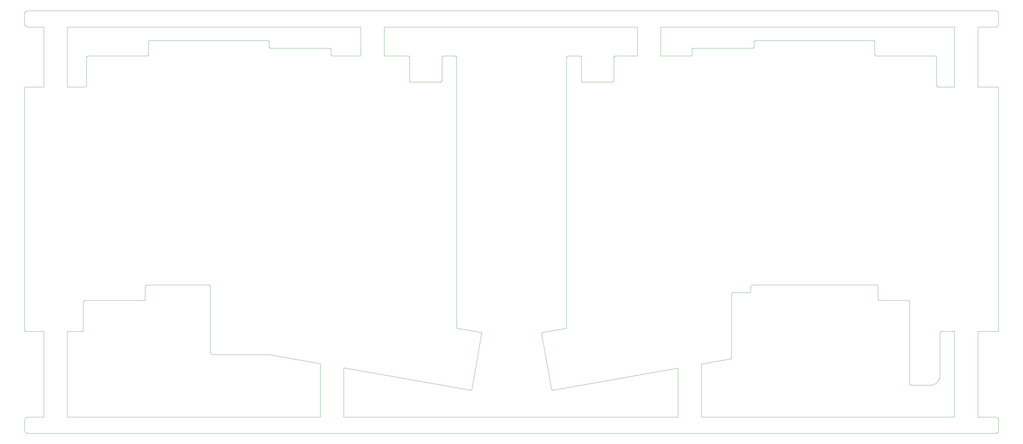
<source format=gm1>
G04 #@! TF.GenerationSoftware,KiCad,Pcbnew,7.0.6*
G04 #@! TF.CreationDate,2024-01-13T20:54:37+09:00*
G04 #@! TF.ProjectId,SumNight57,53756d4e-6967-4687-9435-372e6b696361,rev?*
G04 #@! TF.SameCoordinates,Original*
G04 #@! TF.FileFunction,Profile,NP*
%FSLAX46Y46*%
G04 Gerber Fmt 4.6, Leading zero omitted, Abs format (unit mm)*
G04 Created by KiCad (PCBNEW 7.0.6) date 2024-01-13 20:54:37*
%MOMM*%
%LPD*%
G01*
G04 APERTURE LIST*
G04 #@! TA.AperFunction,Profile*
%ADD10C,0.105833*%
G04 #@! TD*
G04 APERTURE END LIST*
D10*
X135780847Y-66987676D02*
X135805038Y-66982090D01*
X307133684Y-143637152D02*
X307113403Y-143650162D01*
X178765137Y-59056760D02*
X178786394Y-59068783D01*
X169838262Y-161439291D02*
X169830784Y-161415200D01*
X179088488Y-66733330D02*
X179100511Y-66754588D01*
X140682519Y-59349230D02*
X140689261Y-59372944D01*
X306456438Y-175053883D02*
X306405670Y-175057745D01*
X7904512Y-143439323D02*
X7894506Y-143417183D01*
X289703595Y-143732746D02*
X289679397Y-143738332D01*
X174425644Y-142568406D02*
X174436838Y-142550094D01*
X213553462Y-56619258D02*
X213578858Y-56617325D01*
X306927964Y-68528363D02*
X306952120Y-68532573D01*
X178743345Y-59045804D02*
X178765137Y-59056760D01*
X307338285Y-143347554D02*
X307331553Y-143371267D01*
X83005597Y-54518685D02*
X83015614Y-54540825D01*
X307293339Y-174402836D02*
X307275436Y-174448255D01*
X270089852Y-129564406D02*
X270071138Y-129548281D01*
X174575603Y-59241241D02*
X174588670Y-59220537D01*
X232160429Y-54659236D02*
X232164823Y-54634631D01*
X189068787Y-59305782D02*
X189078804Y-59283642D01*
X145329455Y-161528983D02*
X145316695Y-161549785D01*
X225534550Y-131845598D02*
X225511807Y-131854371D01*
X225467724Y-131875200D02*
X225446465Y-131887223D01*
X307349130Y-49158349D02*
X307343075Y-49207189D01*
X65520417Y-150828299D02*
X65498128Y-150818425D01*
X140899017Y-142694338D02*
X140916328Y-142707153D01*
X231463139Y-129473127D02*
X231440850Y-129483000D01*
X105954737Y-154919016D02*
X105954737Y-170059137D01*
X269140919Y-54418537D02*
X269156047Y-54437963D01*
X102107452Y-58549169D02*
X102110634Y-58574196D01*
X213055402Y-58714818D02*
X213065418Y-58692673D01*
X269324970Y-58754667D02*
X269338042Y-58775350D01*
X224876416Y-152156795D02*
X224855474Y-152163984D01*
X225195242Y-151776703D02*
X225190851Y-151798292D01*
X231283825Y-129599492D02*
X231267705Y-129618206D01*
X7940577Y-143502092D02*
X7927579Y-143481809D01*
X307333699Y-45857886D02*
X307342493Y-45907142D01*
X144809932Y-161770655D02*
X105954737Y-154919016D01*
X225203196Y-132316240D02*
X225203196Y-151687578D01*
X307125688Y-45423262D02*
X307155370Y-45461042D01*
X179019963Y-59399958D02*
X179024173Y-59424100D01*
X145221517Y-161658301D02*
X145202891Y-161673435D01*
X8855365Y-170059137D02*
X13755083Y-170059137D01*
X270437335Y-134084429D02*
X270418622Y-134068304D01*
X174505190Y-59473065D02*
X174507030Y-59448482D01*
X26832776Y-68282282D02*
X26844819Y-68261349D01*
X225446465Y-131887223D02*
X225425781Y-131900295D01*
X307212277Y-49572910D02*
X307186129Y-49614268D01*
X280035334Y-159979104D02*
X280024288Y-159957549D01*
X307061198Y-170351938D02*
X307095416Y-170387897D01*
X189428661Y-59010552D02*
X189453264Y-59006152D01*
X230892844Y-131756057D02*
X230871292Y-131767092D01*
X148108246Y-144054313D02*
X148129038Y-144067072D01*
X270562827Y-134159590D02*
X270540540Y-134149716D01*
X27087046Y-59112135D02*
X27105928Y-59097289D01*
X148086748Y-144042537D02*
X148108246Y-144054313D01*
X44732455Y-134113868D02*
X44711772Y-134126934D01*
X7933824Y-45670140D02*
X7953849Y-45625837D01*
X126015398Y-59127211D02*
X126033374Y-59144320D01*
X289468078Y-143852513D02*
X289450705Y-143869070D01*
X174504065Y-142321417D02*
X174504573Y-142298769D01*
X25664302Y-143650162D02*
X25643369Y-143662205D01*
X64784415Y-129520800D02*
X64764134Y-129507802D01*
X46309641Y-54257010D02*
X46333173Y-54250485D01*
X279985120Y-159841553D02*
X279980720Y-159816929D01*
X269876211Y-129450174D02*
X269852345Y-129444799D01*
X8756504Y-50054711D02*
X8707661Y-50048639D01*
X230654673Y-131816362D02*
X225703089Y-131816362D01*
X125848446Y-59027156D02*
X125871189Y-59035930D01*
X45027360Y-129676080D02*
X45015328Y-129697014D01*
X203454493Y-58998978D02*
X212604838Y-58997919D01*
X136179292Y-66523661D02*
X136179942Y-66497955D01*
X8051465Y-49654383D02*
X8023269Y-49614268D01*
X307331553Y-143371267D02*
X307323697Y-143394487D01*
X232268772Y-54417428D02*
X232284480Y-54399286D01*
X287859831Y-159806358D02*
X287734200Y-159878590D01*
X288388004Y-68300324D02*
X288402107Y-68320391D01*
X45884283Y-58754667D02*
X45896307Y-58733409D01*
X280303064Y-160210331D02*
X280280367Y-160201385D01*
X25481266Y-143716817D02*
X25456262Y-143719999D01*
X8113889Y-49730557D02*
X8081684Y-49693173D01*
X188931411Y-66795337D02*
X188945520Y-66775270D01*
X25704186Y-143623209D02*
X25684585Y-143637152D01*
X65434396Y-150782370D02*
X65414330Y-150768262D01*
X64944443Y-129697014D02*
X64932411Y-129676080D01*
X102032454Y-56857443D02*
X102044497Y-56878376D01*
X232416216Y-54295805D02*
X232437772Y-54284759D01*
X213019304Y-58777588D02*
X213032313Y-58757307D01*
X8026023Y-45500253D02*
X8053903Y-45461042D01*
X8605387Y-45090831D02*
X8653778Y-45079665D01*
X8384374Y-49941685D02*
X8341828Y-49917608D01*
X7953849Y-170625625D02*
X7975933Y-170582501D01*
X148357204Y-144472817D02*
X148357260Y-144497831D01*
X46053192Y-54437963D02*
X46068316Y-54418537D01*
X140504058Y-59097289D02*
X140522956Y-59112135D01*
X135805038Y-66982090D02*
X135828764Y-66975349D01*
X232170401Y-54610456D02*
X232177134Y-54586742D01*
X25943083Y-134506551D02*
X25934309Y-134529295D01*
X269945643Y-129473127D02*
X269922900Y-129464354D01*
X231913906Y-56544256D02*
X231934189Y-56531247D01*
X136050132Y-66833985D02*
X136065839Y-66815843D01*
X307048770Y-143683268D02*
X307026067Y-143692225D01*
X270253609Y-129910203D02*
X270251780Y-129885578D01*
X8336723Y-170203907D02*
X8378605Y-170179828D01*
X166972027Y-144161509D02*
X166988484Y-144143255D01*
X188900161Y-66833460D02*
X188916286Y-66814747D01*
X269828185Y-129440590D02*
X269803771Y-129437563D01*
X269632296Y-58982864D02*
X269656156Y-58988240D01*
X225511807Y-131854371D02*
X225489518Y-131864244D01*
X102345645Y-58925583D02*
X102366580Y-58937615D01*
X27328918Y-59003684D02*
X27353945Y-59000502D01*
X82998920Y-150871247D02*
X82998947Y-150871240D01*
X8296145Y-170229918D02*
X8336723Y-170203907D01*
X140280943Y-59003684D02*
X140305575Y-59008083D01*
X125825288Y-59019499D02*
X125848446Y-59027156D01*
X189030126Y-59474567D02*
X189032058Y-59449197D01*
X44949555Y-133771590D02*
X44945345Y-133795771D01*
X64955478Y-129718570D02*
X64944443Y-129697014D01*
X306787645Y-45157957D02*
X306830753Y-45180040D01*
X101864109Y-56689092D02*
X101884391Y-56702101D01*
X144860735Y-161776933D02*
X144835388Y-161774452D01*
X7856473Y-49109088D02*
X7855243Y-49059488D01*
X203454493Y-50059610D02*
X203454493Y-58998978D01*
X279975606Y-159766506D02*
X279974955Y-159740770D01*
X212655916Y-58995340D02*
X212680920Y-58992163D01*
X141095900Y-142786798D02*
X141118129Y-142791246D01*
X83077418Y-56265362D02*
X83085283Y-56288583D01*
X174602758Y-59200451D02*
X174617852Y-59181025D01*
X307026432Y-174799265D02*
X306990154Y-174830696D01*
X144910948Y-161778049D02*
X144885933Y-161778124D01*
X140971670Y-142741124D02*
X140991187Y-142750877D01*
X46198399Y-54306296D02*
X46219657Y-54294272D01*
X231990818Y-56486740D02*
X232008183Y-56470183D01*
X179058882Y-66666505D02*
X179067656Y-66689248D01*
X140705518Y-142321417D02*
X140707024Y-142343834D01*
X83316629Y-56556299D02*
X83338182Y-56567345D01*
X25576980Y-143692225D02*
X25553759Y-143700090D01*
X46138240Y-54348600D02*
X46157650Y-54333476D01*
X230871292Y-131767092D02*
X230849153Y-131777099D01*
X174526250Y-59352567D02*
X174533930Y-59329400D01*
X270170292Y-129657684D02*
X270156186Y-129637617D01*
X231755478Y-56606510D02*
X231779652Y-56600924D01*
X148018272Y-144013476D02*
X148041735Y-144022083D01*
X25405186Y-143722582D02*
X20954907Y-143722582D01*
X279623789Y-134220065D02*
X279600061Y-134213332D01*
X26723197Y-68408792D02*
X26741339Y-68393084D01*
X174504573Y-59497805D02*
X174505190Y-59473065D01*
X8605387Y-170090618D02*
X8653778Y-170079452D01*
X213074375Y-58669970D02*
X213082240Y-58646739D01*
X270232645Y-129789610D02*
X270224989Y-129766452D01*
X279952496Y-134548785D02*
X279944642Y-134525554D01*
X7951160Y-49486798D02*
X7931399Y-49442206D01*
X307322534Y-174308901D02*
X307309059Y-174356364D01*
X7866764Y-45907142D02*
X7875558Y-45857886D01*
X140821877Y-142620152D02*
X140835983Y-142636259D01*
X230755351Y-131806212D02*
X230730747Y-131810606D01*
X136511287Y-59027156D02*
X136534446Y-59019499D01*
X307323697Y-143394487D02*
X307314751Y-143417183D01*
X102325362Y-58912585D02*
X102345645Y-58925583D01*
X178865260Y-59127211D02*
X178883235Y-59144320D01*
X26805824Y-68322161D02*
X26819767Y-68302564D01*
X25905072Y-134697847D02*
X25905072Y-143222696D01*
X25758580Y-143576088D02*
X25741215Y-143592645D01*
X225405713Y-131914401D02*
X225386300Y-131929524D01*
X269312947Y-58733409D02*
X269324970Y-58754667D01*
X225202689Y-151710226D02*
X225201181Y-151732646D01*
X166988484Y-144143255D02*
X167005771Y-144125888D01*
X269301991Y-58711616D02*
X269312947Y-58733409D01*
X83052343Y-54684240D02*
X83054276Y-54709610D01*
X83032435Y-54586742D02*
X83039176Y-54610456D01*
X212729701Y-58982190D02*
X212753415Y-58975458D01*
X179360986Y-66968603D02*
X179384143Y-66976261D01*
X225135461Y-151938992D02*
X225124268Y-151957315D01*
X231164231Y-129837008D02*
X231160021Y-129861166D01*
X307333699Y-174260510D02*
X307322534Y-174308901D01*
X179212742Y-66884670D02*
X179232152Y-66899794D01*
X231252585Y-129637617D02*
X231238481Y-129657684D01*
X270338177Y-133975031D02*
X270325102Y-133954350D01*
X145143001Y-161713268D02*
X145121822Y-161724605D01*
X231934189Y-56531247D02*
X231953790Y-56517304D01*
X126108913Y-59241241D02*
X126120937Y-59262521D01*
X82999040Y-150871200D02*
X82999061Y-150871187D01*
X102120620Y-58623012D02*
X102127361Y-58646739D01*
X307354014Y-171059259D02*
X307354014Y-174058924D01*
X213065418Y-58692673D02*
X213074375Y-58669970D01*
X82999080Y-150871173D02*
X82999099Y-150871158D01*
X83554812Y-56616674D02*
X101604991Y-56616674D01*
X145031997Y-161759578D02*
X145008445Y-161765601D01*
X25832653Y-143481809D02*
X25819644Y-143502092D01*
X225241210Y-132125078D02*
X225232435Y-132147836D01*
X135874698Y-66958528D02*
X135896843Y-66948511D01*
X270729304Y-134196990D02*
X270704682Y-134195161D01*
X82999185Y-150871077D02*
X82999219Y-150871043D01*
X45955763Y-54710576D02*
X45957591Y-54685994D01*
X25894907Y-143323379D02*
X25889321Y-143347554D01*
X145121822Y-161724605D02*
X145100095Y-161734930D01*
X288319139Y-68144869D02*
X288325662Y-68168401D01*
X279944642Y-134525554D02*
X279935696Y-134502850D01*
X45429172Y-129436115D02*
X45403775Y-129438044D01*
X212843026Y-58937615D02*
X212863960Y-58925583D01*
X307026432Y-45319130D02*
X307061156Y-45352243D01*
X174492227Y-142409464D02*
X174496618Y-142387881D01*
X140464148Y-59070337D02*
X140484445Y-59083345D01*
X188579005Y-66995399D02*
X188603418Y-66992371D01*
X83054927Y-54735316D02*
X83054927Y-56116789D01*
X26927655Y-59349230D02*
X26935511Y-59326009D01*
X269967931Y-129483000D02*
X269945643Y-129473127D01*
X188674974Y-66976261D02*
X188698131Y-66968603D01*
X307304745Y-143439323D02*
X307293710Y-143460876D01*
X174113669Y-142786798D02*
X174135469Y-142781406D01*
X8160489Y-68562207D02*
X8183192Y-68553250D01*
X189175963Y-59146878D02*
X189193328Y-59130321D01*
X65019874Y-150281050D02*
X65014477Y-150257192D01*
X145202891Y-161673435D02*
X145183572Y-161687657D01*
X26003117Y-134400461D02*
X25989010Y-134420527D01*
X8855365Y-50059610D02*
X8805765Y-50058380D01*
X231779652Y-56600924D02*
X231803365Y-56594183D01*
X125753732Y-59003388D02*
X125777891Y-59007598D01*
X83236925Y-56502458D02*
X83255812Y-56517304D01*
X174473611Y-142472163D02*
X174480704Y-142451629D01*
X64905480Y-129636201D02*
X64890644Y-129617319D01*
X289122151Y-158272197D02*
X289068438Y-158408434D01*
X7877704Y-68874206D02*
X7885559Y-68850985D01*
X306501931Y-50048639D02*
X306453090Y-50054711D01*
X212680920Y-58992163D02*
X212705525Y-58987769D01*
X82999447Y-150870906D02*
X82999475Y-150870901D01*
X288612761Y-68484883D02*
X288635520Y-68493656D01*
X140952674Y-142730569D02*
X140971670Y-142741124D01*
X269779144Y-129435735D02*
X269754344Y-129435122D01*
X178675157Y-59019499D02*
X178698314Y-59027156D01*
X179027201Y-59448482D02*
X179029030Y-59473065D01*
X307309059Y-45762031D02*
X307322534Y-45809495D01*
X167215967Y-144005990D02*
X167239888Y-143999879D01*
X189078804Y-59283642D02*
X189089850Y-59262090D01*
X98754901Y-170059137D02*
X98754901Y-153649370D01*
X307322534Y-45809495D02*
X307333699Y-45857886D01*
X167169405Y-144021600D02*
X167192460Y-144013238D01*
X126578980Y-66987676D02*
X126603586Y-66992076D01*
X8703034Y-45070872D02*
X8753093Y-45064513D01*
X126210137Y-66669749D02*
X126219093Y-66692446D01*
X225581239Y-131831416D02*
X225557708Y-131837941D01*
X7855893Y-68997074D02*
X7857822Y-68971703D01*
X288063454Y-59070337D02*
X288083736Y-59083345D01*
X232152090Y-56167865D02*
X232154022Y-56142495D01*
X102104218Y-57090854D02*
X102104869Y-57116560D01*
X45084835Y-129599183D02*
X45069127Y-129617319D01*
X8557924Y-45104306D02*
X8605387Y-45090831D01*
X46068316Y-54418537D02*
X46084441Y-54399813D01*
X224790095Y-152180056D02*
X215954463Y-153737917D01*
X280047378Y-160000037D02*
X280035334Y-159979104D01*
X8116788Y-68583269D02*
X8138343Y-68572223D01*
X45993159Y-54544154D02*
X46003032Y-54521847D01*
X83049162Y-54659236D02*
X83052343Y-54684240D01*
X8053903Y-45461042D02*
X8083591Y-45423262D01*
X45984385Y-54566912D02*
X45993159Y-54544154D01*
X7985053Y-143558723D02*
X7969345Y-143540580D01*
X289319930Y-144097605D02*
X289314343Y-144121781D01*
X189270238Y-59072806D02*
X189291170Y-59060763D01*
X170272809Y-161776874D02*
X170248271Y-161774366D01*
X170153408Y-161752677D02*
X170130696Y-161744468D01*
X8026023Y-170500041D02*
X8053903Y-170460831D01*
X167239888Y-143999879D02*
X167264186Y-143994928D01*
X8653778Y-170079452D02*
X8703034Y-170070659D01*
X140783843Y-142568406D02*
X140795787Y-142586202D01*
X44955024Y-133697725D02*
X44954410Y-133722526D01*
X213528436Y-56622439D02*
X213553462Y-56619258D01*
X307348258Y-143298774D02*
X307343864Y-143323379D01*
X141011206Y-142759806D02*
X141031706Y-142767886D01*
X269253487Y-54710576D02*
X269254100Y-54735316D01*
X270195387Y-129699626D02*
X270183365Y-129678367D01*
X178931593Y-59200451D02*
X178945700Y-59220537D01*
X306930295Y-143716817D02*
X306905269Y-143719999D01*
X288281623Y-59349230D02*
X288288357Y-59372944D01*
X307189614Y-68652188D02*
X307207591Y-68669296D01*
X213104080Y-58523772D02*
X213104731Y-58498035D01*
X83115302Y-56354972D02*
X83127345Y-56375905D01*
X289304179Y-144222467D02*
X289304179Y-157240641D01*
X8219155Y-170287487D02*
X8256935Y-170257799D01*
X83140354Y-56396188D02*
X83154297Y-56415789D01*
X102089119Y-56991700D02*
X102094705Y-57015875D01*
X7953849Y-45625837D02*
X7975933Y-45582713D01*
X307095416Y-49730557D02*
X307061198Y-49766452D01*
X135828764Y-66975349D02*
X135851995Y-66967485D01*
X7866764Y-170906929D02*
X7875558Y-170857673D01*
X148303831Y-144261944D02*
X148314154Y-144283670D01*
X136606007Y-59003388D02*
X136630422Y-59000361D01*
X26530170Y-68507165D02*
X26553884Y-68500433D01*
X188945520Y-66775270D02*
X188958595Y-66754588D01*
X8037094Y-143608363D02*
X8018959Y-143592645D01*
X83054927Y-56116789D02*
X83055578Y-56142495D01*
X280423786Y-160238069D02*
X280398782Y-160234892D01*
X7969345Y-68704892D02*
X7985053Y-68686750D01*
X44977485Y-129786651D02*
X44970752Y-129810378D01*
X64994598Y-129834570D02*
X64989019Y-129810378D01*
X307342493Y-45907142D02*
X307348852Y-45957200D01*
X83169143Y-56434676D02*
X83184861Y-56452818D01*
X140605622Y-59198803D02*
X140619570Y-59218404D01*
X306501931Y-170070107D02*
X306550269Y-170078546D01*
X8355128Y-68522894D02*
X13755083Y-68522894D01*
X8421729Y-174960439D02*
X8378605Y-174938355D01*
X136679850Y-58997919D02*
X140204768Y-58997919D01*
X102388133Y-58948650D02*
X102410274Y-58958656D01*
X140329776Y-59013669D02*
X140353513Y-59020410D01*
X279875697Y-134398338D02*
X279860862Y-134379456D01*
X179039323Y-66595949D02*
X179044699Y-66619815D01*
X225224777Y-132171002D02*
X225218252Y-132194535D01*
X270244544Y-129837008D02*
X270239169Y-129813142D01*
X101922878Y-56730891D02*
X101941020Y-56746608D01*
X101958384Y-56763165D02*
X101974941Y-56780530D01*
X231115237Y-131511112D02*
X231105219Y-131533257D01*
X8115023Y-174731420D02*
X8083591Y-174695133D01*
X101941020Y-56746608D02*
X101958384Y-56763165D01*
X178603601Y-59003388D02*
X178627760Y-59007598D01*
X212922732Y-58883816D02*
X212940874Y-58868109D01*
X148349681Y-144399237D02*
X148353390Y-144423483D01*
X8256935Y-45258011D02*
X8296145Y-45230130D01*
X8000012Y-170540619D02*
X8026023Y-170500041D01*
X44600531Y-134176286D02*
X44576999Y-134182834D01*
X8053903Y-170460831D02*
X8083591Y-170423051D01*
X45945470Y-58596030D02*
X45949680Y-58571870D01*
X140728844Y-142451629D02*
X140735927Y-142472163D01*
X136250817Y-59241241D02*
X136263891Y-59220537D01*
X45711827Y-58927053D02*
X45732531Y-58913979D01*
X289326671Y-144073891D02*
X289319930Y-144097605D01*
X45952707Y-58547458D02*
X45954536Y-58522833D01*
X8611562Y-50029418D02*
X8564469Y-50016339D01*
X26664426Y-68450558D02*
X26684709Y-68437560D01*
X179044699Y-66619815D02*
X179051224Y-66643347D01*
X231337629Y-129548281D02*
X231318911Y-129564406D01*
X189024004Y-66571790D02*
X189027032Y-66547378D01*
X279774235Y-134296871D02*
X279754639Y-134282938D01*
X174400997Y-142603459D02*
X174413690Y-142586202D01*
X306872621Y-174914276D02*
X306830753Y-174938355D01*
X307207656Y-143576088D02*
X307190298Y-143592645D01*
X166852412Y-144451585D02*
X166854757Y-144427269D01*
X8183192Y-143692225D02*
X8160489Y-143683268D01*
X307095416Y-170387897D02*
X307127666Y-170425336D01*
X269031528Y-54319369D02*
X269051590Y-54333476D01*
X270302118Y-133911299D02*
X270292243Y-133889011D01*
X8707661Y-50048639D02*
X8659321Y-50040197D01*
X269476715Y-58913979D02*
X269497421Y-58927053D01*
X170176557Y-161759798D02*
X170153408Y-161752677D01*
X136174186Y-66574035D02*
X136177363Y-66549031D01*
X126400264Y-66912413D02*
X126420547Y-66925422D01*
X169969140Y-161642606D02*
X169952008Y-161625731D01*
X270585568Y-134168364D02*
X270562827Y-134159590D01*
X174563578Y-59262521D02*
X174575603Y-59241241D01*
X174769198Y-59056760D02*
X174791025Y-59045804D01*
X215954463Y-170059137D02*
X293754466Y-170059137D01*
X230803238Y-131793901D02*
X230779525Y-131800633D01*
X26920923Y-59372944D02*
X26927655Y-59349230D01*
X232184989Y-54563521D02*
X232193935Y-54540825D01*
X136016226Y-66867907D02*
X136033583Y-66851350D01*
X289389620Y-143943065D02*
X289376607Y-143963348D01*
X225274065Y-132059677D02*
X225262041Y-132080957D01*
X270292243Y-133889011D02*
X270283467Y-133866269D01*
X8557924Y-175014090D02*
X8511451Y-174998369D01*
X148314154Y-144283670D02*
X148323439Y-144305907D01*
X307343864Y-143323379D02*
X307338285Y-143347554D01*
X279734358Y-134269940D02*
X279713424Y-134257908D01*
X126131894Y-59284335D02*
X126141768Y-59306643D01*
X232529581Y-54251180D02*
X232553774Y-54245594D01*
X7874651Y-49255527D02*
X7866212Y-49207189D01*
X280449157Y-160239998D02*
X280423786Y-160238069D01*
X144835388Y-161774452D02*
X144809932Y-161770655D01*
X45960618Y-54661611D02*
X45964828Y-54637470D01*
X231225410Y-129678367D02*
X231213389Y-129699626D01*
X287855312Y-59000502D02*
X287880338Y-59003684D01*
X125729319Y-59000361D02*
X125753732Y-59003388D01*
X189028862Y-66522753D02*
X189029475Y-66497955D01*
X280374176Y-160230498D02*
X280350000Y-160224919D01*
X280175852Y-160141381D02*
X280156964Y-160126546D01*
X83218783Y-56486740D02*
X83236925Y-56502458D01*
X145316695Y-161549785D02*
X145302988Y-161569854D01*
X213104731Y-57116560D02*
X213105381Y-57090854D01*
X288487146Y-68409724D02*
X288506570Y-68424849D01*
X174791025Y-59045804D02*
X174813348Y-59035930D01*
X279889629Y-134417935D02*
X279875697Y-134398338D01*
X213127191Y-56967986D02*
X213135046Y-56944765D01*
X44985340Y-129763419D02*
X44977485Y-129786651D01*
X7954509Y-68723779D02*
X7969345Y-68704892D01*
X225185539Y-151819558D02*
X225179327Y-151840474D01*
X101656068Y-56619258D02*
X101681072Y-56622439D01*
X188627577Y-66988161D02*
X188651442Y-66982786D01*
X8753093Y-170064300D02*
X8803891Y-170060438D01*
X287471956Y-160004911D02*
X287335719Y-160058623D01*
X174387583Y-142620152D02*
X174400997Y-142603459D01*
X287929155Y-59013669D02*
X287952882Y-59020410D01*
X7915547Y-143460876D02*
X7904512Y-143439323D01*
X118454676Y-50059610D02*
X118454676Y-58997919D01*
X231008055Y-131670002D02*
X230990690Y-131686550D01*
X147969560Y-143999687D02*
X147994205Y-144005999D01*
X189357555Y-59030743D02*
X189380775Y-59022879D01*
X188916286Y-66814747D02*
X188931411Y-66795337D01*
X8803891Y-170060438D02*
X8855365Y-170059137D01*
X140743870Y-142492301D02*
X140752653Y-142512018D01*
X65637877Y-150860842D02*
X65613717Y-150856632D01*
X7860405Y-45957200D02*
X7866764Y-45907142D01*
X174310423Y-142694338D02*
X174327134Y-142680818D01*
X83383018Y-56586318D02*
X83406239Y-56594183D01*
X7855243Y-174058924D02*
X7855243Y-171059259D01*
X83295696Y-56544256D02*
X83316629Y-56556299D01*
X136534446Y-59019499D02*
X136557979Y-59012974D01*
X45378748Y-129441221D02*
X45354124Y-129445615D01*
X288547358Y-68452029D02*
X288568638Y-68464052D01*
X225190851Y-151798292D02*
X225185539Y-151819558D01*
X174486916Y-142430721D02*
X174492227Y-142409464D01*
X232124317Y-56288583D02*
X232132182Y-56265362D01*
X232069246Y-56396188D02*
X232082255Y-56375905D01*
X179252219Y-66913901D02*
X179272902Y-66926974D01*
X45403775Y-129438044D02*
X45378748Y-129441221D01*
X269244422Y-54637470D02*
X269248631Y-54661611D01*
X25910541Y-134624011D02*
X25907514Y-134648424D01*
X279754639Y-134282938D02*
X279734358Y-134269940D01*
X140882307Y-142680818D02*
X140899017Y-142694338D01*
X293754466Y-143722582D02*
X289804393Y-143722582D01*
X44994287Y-129740715D02*
X44985340Y-129763419D01*
X44960780Y-129859195D02*
X44957603Y-129884223D01*
X269656156Y-58988240D02*
X269680300Y-58992450D01*
X212753415Y-58975458D02*
X212776636Y-58967602D01*
X280089179Y-160058797D02*
X280074332Y-160039915D01*
X45825856Y-58833539D02*
X45841980Y-58814826D01*
X269216090Y-54544154D02*
X269224864Y-54566912D01*
X269852345Y-129444799D02*
X269828185Y-129440590D01*
X82655726Y-54245594D02*
X82679901Y-54251180D01*
X45896307Y-58733409D02*
X45907263Y-58711616D01*
X288942115Y-158670681D02*
X288869882Y-158796312D01*
X7915547Y-68784596D02*
X7927579Y-68763663D01*
X289609706Y-143761893D02*
X289587549Y-143771910D01*
X126229110Y-66714586D02*
X126240156Y-66736138D01*
X213104731Y-58498035D02*
X213104731Y-57116560D01*
X140655677Y-59281173D02*
X140665696Y-59303313D01*
X208754634Y-155007555D02*
X170398616Y-161770655D01*
X269224864Y-54566912D02*
X269232522Y-54590078D01*
X307348852Y-174161196D02*
X307342493Y-174211254D01*
X269704684Y-58995477D02*
X269729268Y-58997306D01*
X178970798Y-59262521D02*
X178981755Y-59284335D01*
X136344327Y-59127211D02*
X136363041Y-59111087D01*
X268803649Y-54237872D02*
X268828063Y-54240899D01*
X213503812Y-56626839D02*
X213528436Y-56622439D01*
X136217961Y-59306643D02*
X136227836Y-59284335D01*
X307127666Y-170425336D02*
X307157914Y-170464175D01*
X135680064Y-66997841D02*
X135705800Y-66997190D01*
X279526215Y-134200182D02*
X279500816Y-134198253D01*
X144885933Y-161778124D02*
X144860735Y-161776933D01*
X179113585Y-66775270D02*
X179127693Y-66795337D01*
X126326270Y-66851350D02*
X126343635Y-66867907D01*
X224812293Y-152175638D02*
X224790095Y-152180056D01*
X174588670Y-59220537D02*
X174602758Y-59200451D01*
X13755083Y-68522894D02*
X13755083Y-50059610D01*
X306405670Y-45060652D02*
X306456438Y-45064513D01*
X288306529Y-68072432D02*
X288309555Y-68096844D01*
X270107829Y-129581514D02*
X270089852Y-129564406D01*
X289209737Y-157990433D02*
X289169313Y-158132800D01*
X306453090Y-170064036D02*
X306501931Y-170070107D01*
X307277987Y-49442206D02*
X307258239Y-49486798D01*
X13755083Y-143722582D02*
X8355128Y-143722582D01*
X307354014Y-46059473D02*
X307354014Y-49059488D01*
X289545034Y-143794999D02*
X289524738Y-143808007D01*
X269608760Y-58976339D02*
X269632296Y-58982864D01*
X279902626Y-134438216D02*
X279889629Y-134417935D01*
X280326285Y-160218187D02*
X280303064Y-160210331D01*
X8341828Y-49917608D02*
X8300436Y-49891435D01*
X26977530Y-59238686D02*
X26990528Y-59218404D01*
X126554805Y-66982090D02*
X126578980Y-66987676D01*
X148338791Y-144351769D02*
X148344807Y-144375320D01*
X44479936Y-134197345D02*
X44455138Y-134197962D01*
X26088164Y-134311129D02*
X26069451Y-134327253D01*
X135896843Y-66948511D02*
X135918397Y-66937466D01*
X230849153Y-131777099D02*
X230826457Y-131786045D01*
X46013989Y-54500033D02*
X46026012Y-54478753D01*
X166858287Y-144403122D02*
X166862994Y-144379189D01*
X26505995Y-68512744D02*
X26530170Y-68507165D01*
X126095839Y-59220537D02*
X126108913Y-59241241D01*
X125936528Y-59068783D02*
X125957210Y-59081857D01*
X145239415Y-161642282D02*
X145221517Y-161658301D01*
X45306205Y-129457927D02*
X45282974Y-129465782D01*
X65004748Y-129935358D02*
X65004098Y-129909621D01*
X174504573Y-142298769D02*
X174504573Y-59497805D01*
X225208666Y-132242535D02*
X225205638Y-132266918D01*
X232214975Y-54497132D02*
X232227007Y-54476199D01*
X8803891Y-45060652D02*
X8855365Y-45059350D01*
X140772659Y-142550094D02*
X140783843Y-142568406D01*
X231055177Y-131615626D02*
X231040330Y-131634508D01*
X8001601Y-68669385D02*
X8018959Y-68652828D01*
X225201181Y-151732646D02*
X225198692Y-151754813D01*
X44917014Y-133889188D02*
X44907141Y-133911509D01*
X307334655Y-49255527D02*
X307323903Y-49303280D01*
X83360322Y-56577362D02*
X83383018Y-56586318D01*
X269269158Y-58619895D02*
X269275684Y-58643427D01*
X148149099Y-144080779D02*
X148168402Y-144095396D01*
X188720874Y-66959829D02*
X188743161Y-66949955D01*
X231148786Y-131392632D02*
X231144386Y-131417257D01*
X8300436Y-49891435D02*
X8260281Y-49863198D01*
X45216571Y-129495770D02*
X45195637Y-129507802D01*
X8053903Y-174657352D02*
X8026023Y-174618142D01*
X45871210Y-58775350D02*
X45884283Y-58754667D01*
X25805701Y-143521693D02*
X25790855Y-143540580D01*
X82999289Y-150870980D02*
X82999309Y-150870966D01*
X170347815Y-161776995D02*
X170322617Y-161778213D01*
X45118741Y-129565277D02*
X45101383Y-129581825D01*
X102177290Y-58757307D02*
X102190299Y-58777588D01*
X25889321Y-143347554D02*
X25882580Y-143371267D01*
X287053958Y-160146208D02*
X286908812Y-160179704D01*
X307254747Y-143521693D02*
X307239911Y-143540580D01*
X307157914Y-49654383D02*
X307127666Y-49693173D01*
X288682223Y-68507839D02*
X288706084Y-68513215D01*
X136309244Y-59162300D02*
X136326350Y-59144320D01*
X64555993Y-129438044D02*
X64530596Y-129436115D01*
X189529338Y-59000387D02*
X196254679Y-58999681D01*
X25907514Y-134648424D02*
X25905685Y-134673049D01*
X288264819Y-59303313D02*
X288273767Y-59326009D01*
X178651625Y-59012974D02*
X178675157Y-59019499D01*
X148129038Y-144067072D02*
X148149099Y-144080779D01*
X300953929Y-170059137D02*
X306354228Y-170059137D01*
X126182365Y-66549031D02*
X126185546Y-66574035D01*
X289288691Y-157547396D02*
X289269615Y-157697543D01*
X307094262Y-45386975D02*
X307125688Y-45423262D01*
X26481390Y-68517138D02*
X26505995Y-68512744D01*
X225316371Y-131999461D02*
X225301246Y-132018887D01*
X268828063Y-54240899D02*
X268852223Y-54245109D01*
X270256664Y-133747146D02*
X270254835Y-133722522D01*
X307324779Y-68854376D02*
X307332436Y-68877542D01*
X231892973Y-56556299D02*
X231913906Y-56544256D01*
X45101383Y-129581825D02*
X45084835Y-129599183D01*
X231238481Y-129657684D02*
X231225410Y-129678367D01*
X189045225Y-59375413D02*
X189051967Y-59351699D01*
X7886723Y-174308901D02*
X7875558Y-174260510D01*
X307190298Y-143592645D02*
X307172163Y-143608363D01*
X188603418Y-66992371D02*
X188627577Y-66988161D01*
X232578400Y-54241194D02*
X232603429Y-54238013D01*
X82999219Y-150871043D02*
X82999253Y-150871011D01*
X26034366Y-134362338D02*
X26018241Y-134381051D01*
X269124790Y-54399813D02*
X269140919Y-54418537D01*
X189035240Y-59424193D02*
X189039639Y-59399588D01*
X8355128Y-143722582D02*
X8329391Y-143721931D01*
X231154551Y-129934999D02*
X231154551Y-131316469D01*
X270476811Y-134113661D02*
X270456745Y-134099553D01*
X307236325Y-49530393D02*
X307212277Y-49572910D01*
X213177064Y-56857443D02*
X213190061Y-56837160D01*
X288425536Y-159362016D02*
X288321350Y-159461347D01*
X306506468Y-175047524D02*
X306456438Y-175053883D01*
X189249956Y-59085815D02*
X189270238Y-59072806D01*
X82726835Y-54265786D02*
X82749531Y-54274742D01*
X140644629Y-59259620D02*
X140655677Y-59281173D01*
X307067696Y-68570779D02*
X307089487Y-68581736D01*
X148357260Y-144497831D02*
X148356047Y-144523030D01*
X270283467Y-133866269D02*
X270275808Y-133843112D01*
X306736953Y-170135294D02*
X306781545Y-170155055D01*
X231267705Y-129618206D02*
X231252585Y-129637617D01*
X174519702Y-59376100D02*
X174526250Y-59352567D01*
X102065558Y-56922069D02*
X102074514Y-56944765D01*
X289505126Y-143821950D02*
X289486229Y-143836796D01*
X136263891Y-59220537D02*
X136277997Y-59200451D01*
X270269281Y-133819581D02*
X270263904Y-133795716D01*
X126150543Y-59329400D02*
X126158201Y-59352567D01*
X148041735Y-144022083D02*
X148064569Y-144031782D01*
X136140679Y-66692446D02*
X136149625Y-66669749D01*
X83454128Y-56606510D02*
X83478733Y-56610910D01*
X307151491Y-68620939D02*
X307170900Y-68636063D01*
X307338961Y-68901075D02*
X307344336Y-68924933D01*
X102104869Y-58498035D02*
X102105520Y-58523772D01*
X231202433Y-129721420D02*
X231192561Y-129743709D01*
X27145806Y-59070337D02*
X27166740Y-59058294D01*
X45260271Y-129474728D02*
X45238126Y-129484735D01*
X65063745Y-150394626D02*
X65052780Y-150372811D01*
X279828608Y-134343963D02*
X279811252Y-134327414D01*
X45455264Y-58997919D02*
X45480004Y-58997306D01*
X26905194Y-68023008D02*
X26905194Y-59497805D01*
X166928008Y-144221256D02*
X166941752Y-144200586D01*
X179029643Y-59497805D02*
X179029643Y-66497955D01*
X231144386Y-131417257D02*
X231138800Y-131441449D01*
X178698314Y-59027156D02*
X178721057Y-59035930D01*
X169846869Y-161462775D02*
X169838262Y-161439291D01*
X7860999Y-143298774D02*
X7857822Y-143273771D01*
X306913186Y-174888265D02*
X306872621Y-174914276D01*
X270367411Y-134014507D02*
X270352285Y-133995097D01*
X26431016Y-68522244D02*
X26456387Y-68520315D01*
X26758704Y-68376536D02*
X26775261Y-68359178D01*
X8805765Y-50058380D02*
X8756504Y-50054711D01*
X307348852Y-45957200D02*
X307352713Y-46007998D01*
X179176051Y-66851437D02*
X179194028Y-66868545D01*
X288204809Y-59198803D02*
X288218743Y-59218404D01*
X232154673Y-56116789D02*
X232154673Y-54735316D01*
X289169313Y-158132800D02*
X289122151Y-158272197D01*
X136107605Y-66757072D02*
X136119637Y-66736138D01*
X25904421Y-143248401D02*
X25902489Y-143273771D01*
X269263781Y-58596030D02*
X269269158Y-58619895D01*
X189029475Y-66497955D02*
X189029475Y-59500273D01*
X136423201Y-59068783D02*
X136444460Y-59056760D01*
X225057301Y-152040707D02*
X225041849Y-152055573D01*
X307353364Y-143248401D02*
X307351435Y-143273771D01*
X225629261Y-131821831D02*
X225605103Y-131826041D01*
X231397797Y-129505978D02*
X231377112Y-129519051D01*
X25430892Y-143721931D02*
X25405186Y-143722582D01*
X231580595Y-129440590D02*
X231556436Y-129444799D01*
X306787645Y-174960439D02*
X306743359Y-174980464D01*
X8095855Y-143650162D02*
X8075573Y-143637152D01*
X101681072Y-56622439D02*
X101705677Y-56626839D01*
X102005503Y-56817559D02*
X102019446Y-56837160D01*
X307351435Y-143273771D02*
X307348258Y-143298774D01*
X7856544Y-174110398D02*
X7855243Y-174058924D01*
X8254342Y-68533058D02*
X8278966Y-68528659D01*
X136185413Y-59424100D02*
X136189624Y-59399958D01*
X125977276Y-59095963D02*
X125996685Y-59111087D01*
X64504859Y-129435465D02*
X45454909Y-129435465D01*
X83184861Y-56452818D02*
X83201418Y-56470183D01*
X279575869Y-134207753D02*
X279551243Y-134203360D01*
X169935677Y-161608021D02*
X169920185Y-161589500D01*
X280195454Y-160155314D02*
X280175852Y-160141381D01*
X280398782Y-160234892D02*
X280374176Y-160230498D01*
X126679667Y-66997841D02*
X135680064Y-66997841D01*
X83054276Y-54709610D02*
X83054927Y-54735316D01*
X8753093Y-45064513D02*
X8803891Y-45060652D01*
X306743359Y-174980464D02*
X306697959Y-174998369D01*
X26553884Y-68500433D02*
X26577104Y-68492577D01*
X288791852Y-158918031D02*
X288708214Y-159035650D01*
X167103330Y-144053147D02*
X167124803Y-144041578D01*
X179529536Y-66997841D02*
X188529582Y-66997841D01*
X135851995Y-66967485D02*
X135874698Y-66958528D01*
X174358678Y-142651754D02*
X174373470Y-142636259D01*
X126265207Y-66777355D02*
X126279150Y-66796955D01*
X7997130Y-49572910D02*
X7973082Y-49530393D01*
X82999505Y-150870898D02*
X82999537Y-150870897D01*
X7894506Y-68828289D02*
X7904512Y-68806149D01*
X307255962Y-68725427D02*
X307270072Y-68745513D01*
X166852603Y-144525117D02*
X166851325Y-144500553D01*
X269256542Y-58547458D02*
X269259571Y-58571870D01*
X102144183Y-58692673D02*
X102154200Y-58714818D01*
X7904512Y-68806149D02*
X7915547Y-68784596D01*
X307344336Y-68924933D02*
X307348546Y-68949075D01*
X269248631Y-54661611D02*
X269251658Y-54685994D01*
X306879872Y-143721931D02*
X306854136Y-143722582D01*
X213143992Y-56922069D02*
X213153998Y-56899929D01*
X140762256Y-142531290D02*
X140772659Y-142550094D01*
X232603429Y-54238013D02*
X232628828Y-54236081D01*
X269254713Y-58522833D02*
X269256542Y-58547458D01*
X45480004Y-58997306D02*
X45504586Y-58995477D01*
X289418418Y-143904577D02*
X289403567Y-143923464D01*
X213387818Y-56666004D02*
X213409962Y-56655987D01*
X215954463Y-153737917D02*
X215954463Y-170059137D01*
X45454909Y-129435465D02*
X45429172Y-129436115D01*
X307224705Y-68687277D02*
X307240834Y-68706001D01*
X166956437Y-144180627D02*
X166972027Y-144161509D01*
X45329932Y-129451194D02*
X45306205Y-129457927D01*
X213082240Y-58646739D02*
X213088981Y-58623012D01*
X136238793Y-59262521D02*
X136250817Y-59241241D01*
X270518749Y-134138759D02*
X270497492Y-134126735D01*
X225198692Y-151754813D02*
X225195242Y-151776703D01*
X288433346Y-68358515D02*
X288450450Y-68376492D01*
X269456627Y-58899872D02*
X269476715Y-58913979D01*
X7856544Y-171007785D02*
X7860405Y-170956988D01*
X135979209Y-66898470D02*
X135998091Y-66883624D01*
X102102286Y-57065484D02*
X102104218Y-57090854D01*
X174633932Y-59162300D02*
X174650981Y-59144320D01*
X169891860Y-161550128D02*
X169879101Y-161529328D01*
X27256375Y-59020410D02*
X27280102Y-59013669D01*
X289306762Y-144171390D02*
X289304830Y-144196761D01*
X307240834Y-68706001D02*
X307255962Y-68725427D01*
X269754008Y-58997919D02*
X287804179Y-58997919D01*
X140705012Y-59497805D02*
X140705012Y-142298769D01*
X140399472Y-59037231D02*
X140421630Y-59047248D01*
X288417227Y-68339801D02*
X288433346Y-68358515D01*
X45623668Y-58968681D02*
X45646426Y-58959907D01*
X232437772Y-54284759D02*
X232459917Y-54274742D01*
X140866218Y-142666615D02*
X140882307Y-142680818D01*
X231532571Y-129450174D02*
X231509040Y-129456698D01*
X306598023Y-170089319D02*
X306645110Y-170102391D01*
X26380159Y-134198575D02*
X26355534Y-134200403D01*
X307209255Y-45540830D02*
X307233331Y-45582713D01*
X307343075Y-49207189D02*
X307334655Y-49255527D01*
X83039176Y-54610456D02*
X83044762Y-54634631D01*
X230826457Y-131786045D02*
X230803238Y-131793901D01*
X189143690Y-59182385D02*
X189159407Y-59164243D01*
X179431541Y-66988161D02*
X179455700Y-66992371D01*
X26355534Y-134200403D02*
X26331121Y-134203431D01*
X170373160Y-161774484D02*
X170347815Y-161776995D01*
X232375000Y-54320857D02*
X232395282Y-54307848D01*
X307236325Y-170588272D02*
X307258239Y-170631891D01*
X213135046Y-56944765D02*
X213143992Y-56922069D01*
X45576969Y-58982864D02*
X45600502Y-58976339D01*
X7900198Y-45762031D02*
X7915919Y-45715559D01*
X145077858Y-161744218D02*
X145055147Y-161752442D01*
X307354014Y-69022779D02*
X307354014Y-143222696D01*
X286304179Y-160240648D02*
X280474864Y-160240648D01*
X231151968Y-131367604D02*
X231148786Y-131392632D01*
X213409962Y-56655987D02*
X213432665Y-56647030D01*
X82999117Y-150871142D02*
X82999152Y-150871110D01*
X126463033Y-66948511D02*
X126485174Y-66958528D01*
X7894506Y-143417183D02*
X7885559Y-143394487D01*
X179504738Y-66997228D02*
X179529536Y-66997841D01*
X101903991Y-56716045D02*
X101922878Y-56730891D01*
X232055303Y-56415789D02*
X232069246Y-56396188D01*
X307157914Y-170464175D02*
X307186129Y-170504332D01*
X179030256Y-66522753D02*
X179032085Y-66547378D01*
X174343226Y-142666615D02*
X174358678Y-142651754D01*
X189503634Y-59001038D02*
X189529338Y-59000387D01*
X225072094Y-152025205D02*
X225057301Y-152040707D01*
X189039639Y-59399588D02*
X189045225Y-59375413D01*
X289403567Y-143923464D02*
X289389620Y-143943065D01*
X288309555Y-68096844D02*
X288313764Y-68121003D01*
X82998972Y-150871232D02*
X82998996Y-150871223D01*
X174135469Y-142781406D02*
X174156850Y-142775094D01*
X26990528Y-59218404D02*
X27004461Y-59198803D01*
X140484445Y-59083345D02*
X140504058Y-59097289D01*
X46333173Y-54250485D02*
X46357039Y-54245109D01*
X8219155Y-174830696D02*
X8182867Y-174799265D01*
X213098967Y-58574196D02*
X213102148Y-58549169D01*
X135756223Y-66992076D02*
X135780847Y-66987676D01*
X136119637Y-66736138D02*
X136130672Y-66714586D01*
X82982508Y-54476199D02*
X82994551Y-54497132D01*
X135998091Y-66883624D02*
X136016226Y-66867907D01*
X288325662Y-68168401D02*
X288333318Y-68191559D01*
X135939331Y-66925422D02*
X135959612Y-66912413D01*
X8653778Y-175038731D02*
X8605387Y-175027565D01*
X212776636Y-58967602D02*
X212799333Y-58958656D01*
X8148136Y-174766151D02*
X8115023Y-174731420D01*
X167005771Y-144125888D02*
X167023850Y-144109430D01*
X280138821Y-160110838D02*
X280121455Y-160094290D01*
X25905072Y-143222696D02*
X25904421Y-143248401D01*
X279974955Y-159740770D02*
X279974955Y-134697489D01*
X307209255Y-174577564D02*
X307183247Y-174618142D01*
X288157714Y-59144409D02*
X288174263Y-59161774D01*
X45282974Y-129465782D02*
X45260271Y-129474728D01*
X8026023Y-174618142D02*
X8000012Y-174577564D01*
X101604991Y-56616674D02*
X101630697Y-56617325D01*
X7975933Y-45582713D02*
X8000012Y-45540830D01*
X213102148Y-58549169D02*
X213104080Y-58523772D01*
X225164282Y-151881167D02*
X225155489Y-151900894D01*
X306456438Y-45064513D02*
X306506468Y-45070872D01*
X64721645Y-129484735D02*
X64699499Y-129474728D01*
X140694848Y-59397119D02*
X140699247Y-59421724D01*
X232654567Y-54235430D02*
X268754222Y-54235430D01*
X148168402Y-144095396D02*
X148186922Y-144110888D01*
X289587549Y-143771910D02*
X289565981Y-143782956D01*
X270754100Y-134197603D02*
X270729304Y-134196990D01*
X188865077Y-66868545D02*
X188883052Y-66851437D01*
X188529582Y-66997841D02*
X188554380Y-66997228D01*
X174980017Y-58998532D02*
X175004817Y-58997919D01*
X46241451Y-54283316D02*
X46263740Y-54273442D01*
X44965174Y-129834570D02*
X44960780Y-129859195D01*
X82999475Y-150870901D02*
X82999505Y-150870898D01*
X307061156Y-45352243D02*
X307094262Y-45386975D01*
X288288357Y-59372944D02*
X288293936Y-59397119D01*
X307070915Y-143673251D02*
X307048770Y-143683268D01*
X136164213Y-66622815D02*
X136169792Y-66598640D01*
X269070996Y-54348600D02*
X269089705Y-54364725D01*
X45955149Y-58498035D02*
X45955149Y-54735316D01*
X306854136Y-68522894D02*
X306878931Y-68523507D01*
X179032085Y-66547378D02*
X179035113Y-66571790D01*
X174480704Y-142451629D02*
X174486916Y-142430721D01*
X26775261Y-68359178D02*
X26790978Y-68341043D01*
X231155165Y-129910203D02*
X231154551Y-129934999D01*
X27233144Y-59028275D02*
X27256375Y-59020410D01*
X82891070Y-54365364D02*
X82908436Y-54381921D01*
X8148048Y-49766452D02*
X8113889Y-49730557D01*
X135705800Y-66997190D02*
X135731197Y-66995258D01*
X27188295Y-59047248D02*
X27210440Y-59037231D01*
X8116788Y-143662205D02*
X8095855Y-143650162D01*
X225041849Y-152055573D02*
X225025758Y-152069779D01*
X8075573Y-143637152D02*
X8055976Y-143623209D01*
X126179168Y-59473065D02*
X126179782Y-59497805D01*
X7870972Y-143347554D02*
X7865393Y-143323379D01*
X174275224Y-142719238D02*
X174293113Y-142707153D01*
X306405670Y-175057745D02*
X306354228Y-175059046D01*
X213114881Y-57015875D02*
X213120459Y-56991700D01*
X174447251Y-142531290D02*
X174456865Y-142512018D01*
X7975933Y-170582501D02*
X8000012Y-170540619D01*
X174507030Y-59448482D02*
X174510074Y-59424100D01*
X231605006Y-129437563D02*
X231580595Y-129440590D01*
X178846549Y-59111087D02*
X178865260Y-59127211D01*
X8278966Y-68528659D02*
X8303993Y-68525477D01*
X102579063Y-58997269D02*
X102604769Y-58997919D01*
X188806892Y-66913901D02*
X188826957Y-66899794D01*
X293754466Y-50059610D02*
X203454493Y-50059610D01*
X307186129Y-49614268D02*
X307157914Y-49654383D01*
X64919413Y-129655799D02*
X64905480Y-129636201D01*
X26819767Y-68302564D02*
X26832776Y-68282282D01*
X174687683Y-59111087D02*
X174707110Y-59095963D01*
X174542723Y-59306643D02*
X174552612Y-59284335D01*
X140590770Y-59179916D02*
X140605622Y-59198803D01*
X64804013Y-129534733D02*
X64784415Y-129520800D01*
X270248753Y-129861166D02*
X270244544Y-129837008D01*
X7855243Y-69022779D02*
X7855893Y-68997074D01*
X45600502Y-58976339D02*
X45623668Y-58968681D01*
X268899619Y-54257010D02*
X268922776Y-54264668D01*
X306697959Y-45120027D02*
X306743359Y-45137932D01*
X118454676Y-58997919D02*
X125679896Y-58997919D01*
X126081732Y-59200451D02*
X126095839Y-59220537D01*
X306697959Y-174998369D02*
X306651506Y-175014090D01*
X225425781Y-131900295D02*
X225405713Y-131914401D01*
X189059831Y-59328479D02*
X189068787Y-59305782D01*
X224955399Y-152119525D02*
X224936411Y-152130072D01*
X7969345Y-143540580D02*
X7954509Y-143521693D01*
X105954737Y-170059137D02*
X208754634Y-170059137D01*
X101630697Y-56617325D02*
X101656068Y-56619258D01*
X44933445Y-133843223D02*
X44925787Y-133866412D01*
X166854757Y-144427269D02*
X166858287Y-144403122D01*
X213305455Y-56716045D02*
X213325051Y-56702101D01*
X44856981Y-133995420D02*
X44841857Y-134014848D01*
X188991454Y-66689248D02*
X189000230Y-66666505D01*
X225218252Y-132194535D02*
X225212876Y-132218393D01*
X64764134Y-129507802D02*
X64743200Y-129495770D01*
X269259571Y-58571870D02*
X269263781Y-58596030D01*
X174465658Y-142492301D02*
X174473611Y-142472163D01*
X178900344Y-59162300D02*
X178916469Y-59181025D01*
X65566318Y-150844731D02*
X65543160Y-150837073D01*
X225145875Y-151920177D02*
X225135461Y-151938992D01*
X140674654Y-59326009D02*
X140682519Y-59349230D01*
X178627760Y-59007598D02*
X178651625Y-59012974D01*
X65414330Y-150768262D02*
X65394921Y-150753138D01*
X288635520Y-68493656D02*
X288658688Y-68501314D01*
X44955024Y-129935358D02*
X44955024Y-133697725D01*
X8296145Y-45230130D02*
X8336723Y-45204119D01*
X167062233Y-144079333D02*
X167082461Y-144065740D01*
X170108459Y-161735193D02*
X170086733Y-161724880D01*
X293754466Y-68522894D02*
X293754466Y-50059610D01*
X189380775Y-59022879D02*
X189404487Y-59016138D01*
X307207591Y-68669296D02*
X307224705Y-68687277D01*
X136189624Y-59399958D02*
X136195001Y-59376100D01*
X213286573Y-56730891D02*
X213305455Y-56716045D01*
X125777891Y-59007598D02*
X125801757Y-59012974D01*
X287981550Y-159728329D02*
X287859831Y-159806358D01*
X7886723Y-170809283D02*
X7900198Y-170761819D01*
X231826586Y-56586318D02*
X231849281Y-56577362D01*
X44825732Y-134033573D02*
X44808623Y-134051554D01*
X270680272Y-134192134D02*
X270656116Y-134187923D01*
X8378605Y-45180040D02*
X8421729Y-45157957D01*
X27105928Y-59097289D02*
X27125525Y-59083345D01*
X213110487Y-57040480D02*
X213114881Y-57015875D01*
X8055976Y-68622265D02*
X8075573Y-68608321D01*
X213234535Y-56780530D02*
X213251082Y-56763165D01*
X140705012Y-142298769D02*
X140705518Y-142321417D01*
X64629837Y-129451194D02*
X64605645Y-129445615D01*
X289524738Y-143808007D02*
X289505126Y-143821950D01*
X269540521Y-58950033D02*
X269562831Y-58959907D01*
X188846366Y-66884670D02*
X188865077Y-66868545D01*
X8703034Y-170070659D02*
X8753093Y-170064300D01*
X46219657Y-54294272D02*
X46241451Y-54283316D01*
X8466032Y-174980464D02*
X8421729Y-174960439D01*
X306990154Y-174830696D02*
X306952384Y-174860384D01*
X64841031Y-129565277D02*
X64822895Y-129549569D01*
X141052669Y-142775094D02*
X141074073Y-142781406D01*
X307155370Y-174657352D02*
X307125688Y-174695133D01*
X8000012Y-174577564D02*
X7975933Y-174535682D01*
X288273767Y-59326009D02*
X288281623Y-59349230D01*
X126380664Y-66898470D02*
X126400264Y-66912413D01*
X26915344Y-59397119D02*
X26920923Y-59372944D01*
X7954509Y-143521693D02*
X7940577Y-143502092D01*
X189159407Y-59164243D02*
X189175963Y-59146878D01*
X279845156Y-134361320D02*
X279828608Y-134343963D01*
X102082378Y-56967986D02*
X102089119Y-56991700D01*
X307094262Y-174731420D02*
X307061156Y-174766151D01*
X179051224Y-66643347D02*
X179058882Y-66666505D01*
X45553111Y-58988240D02*
X45576969Y-58982864D01*
X25741215Y-143592645D02*
X25723073Y-143608363D01*
X126279150Y-66796955D02*
X126293996Y-66815843D01*
X231082130Y-131575747D02*
X231069120Y-131596029D01*
X145341232Y-161507473D02*
X145329455Y-161528983D01*
X280014271Y-159935404D02*
X280005314Y-159912701D01*
X8037094Y-68637111D02*
X8055976Y-68622265D01*
X136169792Y-66598640D02*
X136174186Y-66574035D01*
X82999099Y-150871158D02*
X82999117Y-150871142D01*
X27125525Y-59083345D02*
X27145806Y-59070337D01*
X174707110Y-59095963D02*
X174727200Y-59081857D01*
X167042683Y-144093904D02*
X167062233Y-144079333D01*
X44925787Y-133866412D02*
X44917014Y-133889188D01*
X232040457Y-56434676D02*
X232055303Y-56415789D01*
X140709509Y-142365997D02*
X140712953Y-142387881D01*
X82955556Y-54436315D02*
X82969499Y-54455916D01*
X268779022Y-54236043D02*
X268803649Y-54237872D01*
X270656116Y-134187923D02*
X270632253Y-134182547D01*
X65613717Y-150856632D02*
X65589851Y-150851256D01*
X306555699Y-175038731D02*
X306506468Y-175047524D01*
X27280102Y-59013669D02*
X27304294Y-59008083D01*
X269922900Y-129464354D02*
X269899743Y-129456698D01*
X306604066Y-45090831D02*
X306651506Y-45104306D01*
X25905685Y-134673049D02*
X25905072Y-134697847D01*
X136277997Y-59200451D02*
X136293121Y-59181025D01*
X306736953Y-49983410D02*
X306691447Y-50000991D01*
X189334861Y-59039700D02*
X189357555Y-59030743D01*
X213325051Y-56702101D02*
X213345331Y-56689092D01*
X8184005Y-49800673D02*
X8148048Y-49766452D01*
X213044356Y-58736374D02*
X213055402Y-58714818D01*
X289655661Y-143745073D02*
X289632421Y-143752937D01*
X289450705Y-143869070D02*
X289434141Y-143886435D01*
X289269615Y-157697543D02*
X289243234Y-157845285D01*
X288869882Y-158796312D02*
X288791852Y-158918031D01*
X288304087Y-68023008D02*
X288304700Y-68047806D01*
X225099620Y-151992388D02*
X225086207Y-152009090D01*
X126174312Y-59424100D02*
X126177340Y-59448482D01*
X280474864Y-160240648D02*
X280449157Y-160239998D01*
X26169581Y-134256801D02*
X26148323Y-134268824D01*
X213366264Y-56677049D02*
X213387818Y-56666004D01*
X148353390Y-144423483D02*
X148355906Y-144448022D01*
X189089850Y-59262090D02*
X189101893Y-59241156D01*
X83104256Y-56333419D02*
X83115302Y-56354972D01*
X102135226Y-58669970D02*
X102144183Y-58692673D01*
X82999421Y-150870913D02*
X82999447Y-150870906D01*
X189291170Y-59060763D02*
X189312722Y-59049717D01*
X306830753Y-45180040D02*
X306872621Y-45204119D01*
X25723073Y-143608363D02*
X25704186Y-143623209D01*
X20954907Y-50059610D02*
X20954907Y-68522894D01*
X306651506Y-45104306D02*
X306697959Y-45120027D01*
X288293936Y-59397119D02*
X288298330Y-59421724D01*
X83015614Y-54540825D02*
X83024570Y-54563521D01*
X189101893Y-59241156D02*
X189114901Y-59220873D01*
X213218828Y-56798672D02*
X213234535Y-56780530D01*
X25914751Y-134599851D02*
X25910541Y-134624011D01*
X25902489Y-143273771D02*
X25899307Y-143298774D01*
X280350000Y-160224919D02*
X280326285Y-160218187D01*
X64874937Y-129599183D02*
X64858388Y-129581825D01*
X270400645Y-134051195D02*
X270383536Y-134033219D01*
X8472602Y-49983410D02*
X8427992Y-49963630D01*
X83065091Y-56217474D02*
X83070677Y-56241649D01*
X45957591Y-54685994D02*
X45960618Y-54661611D01*
X140353513Y-59020410D02*
X140376756Y-59028275D01*
X270352285Y-133995097D02*
X270338177Y-133975031D01*
X307025304Y-170317781D02*
X307061198Y-170351938D01*
X102305761Y-58898652D02*
X102325362Y-58912585D01*
X174747909Y-59068783D02*
X174769198Y-59056760D01*
X126219093Y-66692446D02*
X126229110Y-66714586D01*
X189029475Y-59500273D02*
X189030126Y-59474567D01*
X289364561Y-143984281D02*
X289353513Y-144005834D01*
X7877704Y-143371267D02*
X7870972Y-143347554D01*
X188554380Y-66997228D02*
X188579005Y-66995399D01*
X306987921Y-170285577D02*
X307025304Y-170317781D01*
X174617852Y-59181025D02*
X174633932Y-59162300D01*
X8095855Y-68595312D02*
X8116788Y-68583269D01*
X25505871Y-143712417D02*
X25481266Y-143716817D01*
X189114901Y-59220873D02*
X189128844Y-59201273D01*
X230953661Y-131717094D02*
X230934060Y-131731027D01*
X136581846Y-59007598D02*
X136606007Y-59003388D01*
X224896900Y-152148731D02*
X224876416Y-152156795D01*
X179024173Y-59424100D02*
X179027201Y-59448482D01*
X307348546Y-68949075D02*
X307351573Y-68973457D01*
X279990707Y-159865744D02*
X279985120Y-159841553D01*
X270383536Y-134033219D02*
X270367411Y-134014507D01*
X7915919Y-45715559D02*
X7933824Y-45670140D01*
X307170900Y-68636063D02*
X307189614Y-68652188D01*
X64653564Y-129457927D02*
X64629837Y-129451194D01*
X136157480Y-66646529D02*
X136164213Y-66622815D01*
X7865393Y-143323379D02*
X7860999Y-143298774D01*
X289434141Y-143886435D02*
X289418418Y-143904577D01*
X306691447Y-170117728D02*
X306736953Y-170135294D01*
X178786394Y-59068783D02*
X178807075Y-59081857D01*
X188698131Y-66968603D02*
X188720874Y-66959829D01*
X307352713Y-46007998D02*
X307354014Y-46059473D01*
X136488543Y-59035930D02*
X136511287Y-59027156D01*
X224855474Y-152163984D02*
X224834092Y-152170273D01*
X82998828Y-150871256D02*
X82998860Y-150871255D01*
X178991629Y-59306643D02*
X179000404Y-59329400D01*
X45752617Y-58899872D02*
X45772043Y-58884748D01*
X145008445Y-161765601D02*
X144984528Y-161770484D01*
X126653961Y-66997190D02*
X126679667Y-66997841D01*
X102604769Y-58997919D02*
X111254855Y-58997919D01*
X288333318Y-68191559D02*
X288342089Y-68214302D01*
X231094173Y-131554813D02*
X231082130Y-131575747D01*
X26107574Y-134296005D02*
X26088164Y-134311129D01*
X8138343Y-68572223D02*
X8160489Y-68562207D01*
X225349604Y-131962755D02*
X225332496Y-131980736D01*
X7933824Y-174448255D02*
X7915919Y-174402836D01*
X8230150Y-68538644D02*
X8254342Y-68533058D01*
X230680377Y-131815712D02*
X230654673Y-131816362D01*
X225203196Y-151687578D02*
X225202689Y-151710226D01*
X189051967Y-59351699D02*
X189059831Y-59328479D01*
X232008183Y-56470183D02*
X232024740Y-56452818D01*
X288174263Y-59161774D02*
X288189972Y-59179916D01*
X270010981Y-129505978D02*
X269989724Y-129493956D01*
X7855243Y-46059473D02*
X7856544Y-46007998D01*
X225009047Y-152083302D02*
X224991737Y-152096116D01*
X144935743Y-161776734D02*
X144910948Y-161778049D01*
X82998996Y-150871223D02*
X82999019Y-150871212D01*
X45954536Y-58522833D02*
X45955149Y-58498035D01*
X232148909Y-56192868D02*
X232152090Y-56167865D01*
X269352147Y-58795416D02*
X269367268Y-58814826D01*
X270259693Y-133771558D02*
X270256664Y-133747146D01*
X270239169Y-129813142D02*
X270232645Y-129789610D01*
X102094705Y-57015875D02*
X102099104Y-57040480D01*
X232459917Y-54274742D02*
X232482622Y-54265786D01*
X8018959Y-143592645D02*
X8001601Y-143576088D01*
X306878931Y-68523507D02*
X306903554Y-68525336D01*
X288231743Y-59238686D02*
X288243776Y-59259620D01*
X232132182Y-56265362D02*
X232138923Y-56241649D01*
X287829915Y-58998570D02*
X287855312Y-59000502D01*
X46455035Y-54235430D02*
X82555041Y-54235430D01*
X279925691Y-134480705D02*
X279914657Y-134459150D01*
X307309059Y-174356364D02*
X307293339Y-174402836D01*
X307295172Y-68787497D02*
X307306130Y-68809311D01*
X270254222Y-133697725D02*
X270254222Y-129934999D01*
X136326350Y-59144320D02*
X136344327Y-59127211D01*
X25865759Y-143417183D02*
X25855742Y-143439323D01*
X270275808Y-133843112D02*
X270269281Y-133819581D01*
X8256935Y-170257799D02*
X8296145Y-170229918D01*
X306975983Y-68537949D02*
X306999512Y-68544474D01*
X102553692Y-58995340D02*
X102579063Y-58997269D01*
X82999396Y-150870921D02*
X82999421Y-150870913D01*
X166915357Y-144242485D02*
X166928008Y-144221256D01*
X279793117Y-134311707D02*
X279774235Y-134296871D01*
X7857822Y-143273771D02*
X7855893Y-143248401D01*
X270051729Y-129533158D02*
X270031663Y-129519051D01*
X145100095Y-161734930D02*
X145077858Y-161744218D01*
X231176131Y-129789610D02*
X231169606Y-129813142D01*
X7860141Y-49158349D02*
X7856473Y-49109088D01*
X307310852Y-170768370D02*
X307323903Y-170815463D01*
X169867325Y-161507818D02*
X169856569Y-161485626D01*
X45976728Y-54590078D02*
X45984385Y-54566912D01*
X8075573Y-68608321D02*
X8095855Y-68595312D01*
X102127361Y-58646739D02*
X102135226Y-58669970D01*
X279475077Y-134197603D02*
X270754100Y-134197603D01*
X83055578Y-56142495D02*
X83057510Y-56167865D01*
X44690514Y-134138960D02*
X44668720Y-134149925D01*
X8055976Y-143623209D02*
X8037094Y-143608363D01*
X230913778Y-131744025D02*
X230892844Y-131756057D01*
X212821473Y-58948650D02*
X212843026Y-58937615D01*
X7855243Y-143222696D02*
X7855243Y-69022779D01*
X64932411Y-129676080D02*
X64919413Y-129655799D01*
X231132058Y-131465177D02*
X231124193Y-131488408D01*
X25963914Y-134462468D02*
X25952957Y-134484262D01*
X8855365Y-45059350D02*
X306354228Y-45059350D01*
X212604838Y-58997919D02*
X212630545Y-58997269D01*
X83154297Y-56415789D02*
X83169143Y-56434676D01*
X147994205Y-144005999D02*
X148018272Y-144013476D01*
X288619156Y-159148979D02*
X288524868Y-159257830D01*
X102204243Y-58797186D02*
X102219089Y-58816068D01*
X148280170Y-144220169D02*
X148292494Y-144240764D01*
X8336723Y-174914276D02*
X8296145Y-174888265D01*
X279713424Y-134257908D02*
X279691869Y-134246873D01*
X231485882Y-129464354D02*
X231463139Y-129473127D01*
X44455138Y-134197962D02*
X26404958Y-134197962D01*
X287196323Y-160105785D02*
X287053958Y-160146208D01*
X102104869Y-57116560D02*
X102104869Y-58498035D01*
X126179782Y-59497805D02*
X126179782Y-66497955D01*
X65007204Y-150208670D02*
X65005365Y-150184088D01*
X288083736Y-59083345D02*
X288103335Y-59097289D01*
X287904963Y-59008083D02*
X287929155Y-59013669D01*
X232482622Y-54265786D02*
X232505854Y-54257921D01*
X289068438Y-158408434D02*
X289008363Y-158541325D01*
X286761072Y-160206085D02*
X286610928Y-160225161D01*
X307306130Y-68809311D02*
X307316005Y-68831618D01*
X82999537Y-150870897D02*
X65711715Y-150866312D01*
X189312722Y-59049717D02*
X189334861Y-59039700D01*
X306854136Y-143722582D02*
X300953929Y-143722582D01*
X279914657Y-134459150D02*
X279902626Y-134438216D01*
X307295536Y-49396702D02*
X307277987Y-49442206D01*
X65014477Y-150257192D02*
X65010248Y-150233051D01*
X26051474Y-134344362D02*
X26034366Y-134362338D01*
X166851265Y-144476028D02*
X166852412Y-144451585D01*
X102479906Y-58982190D02*
X102504082Y-58987769D01*
X174510074Y-59424100D02*
X174514304Y-59399958D01*
X25819644Y-143502092D02*
X25805701Y-143521693D01*
X126179782Y-66497955D02*
X126180433Y-66523661D01*
X307025304Y-49800673D02*
X306987921Y-49832933D01*
X8329391Y-143721931D02*
X8303993Y-143719999D01*
X174500068Y-142365997D02*
X174502557Y-142343834D01*
X179294160Y-66938998D02*
X179315954Y-66949955D01*
X169824472Y-161390527D02*
X169819361Y-161365297D01*
X140722640Y-142430721D02*
X140728844Y-142451629D01*
X169856569Y-161485626D02*
X169846869Y-161462775D01*
X231105219Y-131533257D02*
X231094173Y-131554813D01*
X307186129Y-170504332D02*
X307212277Y-170545725D01*
X7856544Y-46007998D02*
X7860405Y-45957200D01*
X188826957Y-66899794D02*
X188846366Y-66884670D01*
X270124938Y-129599492D02*
X270107829Y-129581514D01*
X102251364Y-58851561D02*
X102268730Y-58868109D01*
X288351960Y-68236590D02*
X288362914Y-68258384D01*
X8303993Y-143719999D02*
X8278966Y-143716817D01*
X166893377Y-144286449D02*
X166903809Y-144264230D01*
X289334537Y-144050670D02*
X289326671Y-144073891D01*
X8148136Y-45352243D02*
X8182867Y-45319130D01*
X212630545Y-58997269D02*
X212655916Y-58995340D01*
X231730873Y-56610910D02*
X231755478Y-56606510D01*
X45040358Y-129655799D02*
X45027360Y-129676080D01*
X212940874Y-58868109D02*
X212958239Y-58851561D01*
X136182385Y-59448482D02*
X136185413Y-59424100D01*
X280024288Y-159957549D02*
X280014271Y-159935404D01*
X279669724Y-134236867D02*
X279647020Y-134227920D01*
X65002169Y-129884223D02*
X64998992Y-129859195D01*
X307061156Y-174766151D02*
X307026432Y-174799265D01*
X231871421Y-56567345D02*
X231892973Y-56556299D01*
X65455077Y-150795444D02*
X65434396Y-150782370D01*
X288212498Y-159555635D02*
X288099169Y-159644692D01*
X179480113Y-66995399D02*
X179504738Y-66997228D01*
X306952120Y-68532573D02*
X306975983Y-68537949D01*
X8000012Y-45540830D02*
X8026023Y-45500253D01*
X231192561Y-129743709D02*
X231183788Y-129766452D01*
X189032058Y-59449197D02*
X189035240Y-59424193D01*
X136466254Y-59045804D02*
X136488543Y-59035930D01*
X82834440Y-54320857D02*
X82854041Y-54334800D01*
X175004817Y-58997919D02*
X178529765Y-58997919D01*
X26935511Y-59326009D02*
X26944457Y-59303313D01*
X83044762Y-54634631D02*
X83049162Y-54659236D01*
X8336723Y-45204119D02*
X8378605Y-45180040D01*
X306825141Y-170176977D02*
X306867658Y-170201025D01*
X46357039Y-54245109D02*
X46381199Y-54240899D01*
X64858388Y-129581825D02*
X64841031Y-129565277D01*
X231183788Y-129766452D02*
X231176131Y-129789610D01*
X136033583Y-66851350D02*
X136050132Y-66833985D01*
X140255910Y-59000502D02*
X140280943Y-59003684D01*
X102504082Y-58987769D02*
X102528688Y-58992163D01*
X289304179Y-157240641D02*
X289300276Y-157395032D01*
X167264186Y-143994928D02*
X174091471Y-142791246D01*
X232336521Y-54349646D02*
X232355403Y-54334800D01*
X8303993Y-68525477D02*
X8329391Y-68523545D01*
X126033374Y-59144320D02*
X126050482Y-59162300D01*
X288450450Y-68376492D02*
X288468426Y-68393600D01*
X8564469Y-50016339D02*
X8518122Y-50000991D01*
X45808749Y-58851515D02*
X45825856Y-58833539D01*
X8329391Y-68523545D02*
X8355128Y-68522894D01*
X174456865Y-142512018D02*
X174465658Y-142492301D01*
X83085283Y-56288583D02*
X83094239Y-56311279D01*
X166855108Y-144549677D02*
X166852603Y-144525117D01*
X148356047Y-144523030D02*
X148353539Y-144548375D01*
X27004461Y-59198803D02*
X27019297Y-59179916D01*
X178721057Y-59035930D02*
X178743345Y-59045804D01*
X65088835Y-150436609D02*
X65075770Y-150415906D01*
X8018959Y-68652828D02*
X8037094Y-68637111D01*
X307310852Y-49350365D02*
X307295536Y-49396702D01*
X170200109Y-161765803D02*
X170176557Y-161759798D01*
X269367268Y-58814826D02*
X269383389Y-58833539D01*
X269418474Y-58868623D02*
X269437199Y-58884748D01*
X279997448Y-159889471D02*
X279990707Y-159865744D01*
X268967804Y-54283316D02*
X268989594Y-54294272D01*
X26844819Y-68261349D02*
X26855865Y-68239793D01*
X213165032Y-56878376D02*
X213177064Y-56857443D01*
X306354228Y-50059610D02*
X300953929Y-50059610D01*
X102366580Y-58937615D02*
X102388133Y-58948650D01*
X232144509Y-56217474D02*
X232148909Y-56192868D01*
X270263904Y-133795716D02*
X270259693Y-133771558D01*
X270418622Y-134068304D02*
X270400645Y-134051195D01*
X46286483Y-54264668D02*
X46309641Y-54257010D01*
X45668733Y-58950033D02*
X45690547Y-58939076D01*
X174668959Y-59127211D02*
X174687683Y-59111087D01*
X26910950Y-59421724D02*
X26915344Y-59397119D01*
X225172235Y-151861019D02*
X225164282Y-151881167D01*
X289309944Y-144146386D02*
X289306762Y-144171390D01*
X307293710Y-143460876D02*
X307281678Y-143481809D01*
X188981578Y-66711536D02*
X188991454Y-66689248D01*
X306954919Y-143712417D02*
X306930295Y-143716817D01*
X46026012Y-54478753D02*
X46039085Y-54458049D01*
X7900198Y-174356364D02*
X7886723Y-174308901D01*
X213455895Y-56639166D02*
X213479621Y-56632425D01*
X189211469Y-59114604D02*
X189230356Y-59099758D01*
X189230356Y-59099758D02*
X189249956Y-59085815D01*
X289243234Y-157845285D02*
X289209737Y-157990433D01*
X307277987Y-170676502D02*
X307295536Y-170722022D01*
X44884161Y-133954622D02*
X44871088Y-133975331D01*
X232105344Y-56333419D02*
X232115361Y-56311279D01*
X289728226Y-143728346D02*
X289703595Y-143732746D01*
X44871088Y-133975331D02*
X44856981Y-133995420D01*
X82998860Y-150871255D02*
X82998891Y-150871252D01*
X307353401Y-68998040D02*
X307354014Y-69022779D01*
X82969499Y-54455916D02*
X82982508Y-54476199D01*
X45504586Y-58995477D02*
X45528969Y-58992450D01*
X101729853Y-56632425D02*
X101753566Y-56639166D01*
X232115361Y-56311279D02*
X232124317Y-56288583D01*
X126164726Y-59376100D02*
X126170102Y-59399958D01*
X279972376Y-134646355D02*
X279969200Y-134621328D01*
X7855243Y-171059259D02*
X7856544Y-171007785D01*
X279969200Y-134621328D02*
X279964807Y-134596703D01*
X25855742Y-143439323D02*
X25844696Y-143460876D01*
X279935696Y-134502850D02*
X279925691Y-134480705D01*
X169830784Y-161415200D02*
X169824472Y-161390527D01*
X225386300Y-131929524D02*
X225367584Y-131945648D01*
X288362914Y-68258384D02*
X288374934Y-68279642D01*
X26643493Y-68462590D02*
X26664426Y-68450558D01*
X307343075Y-170911561D02*
X307349130Y-170960402D01*
X213005360Y-58797186D02*
X213019304Y-58777588D01*
X44896184Y-133933334D02*
X44884161Y-133954622D01*
X82872928Y-54349646D02*
X82891070Y-54365364D01*
X213153998Y-56899929D02*
X213165032Y-56878376D01*
X27035004Y-59161774D02*
X27051553Y-59144409D01*
X83024570Y-54563521D02*
X83032435Y-54586742D01*
X45925911Y-58666585D02*
X45933569Y-58643427D01*
X300953929Y-143722582D02*
X300953929Y-170059137D01*
X145055147Y-161752442D02*
X145031997Y-161759578D01*
X179029030Y-59473065D02*
X179029643Y-59497805D01*
X101799483Y-56655987D02*
X101821623Y-56666004D01*
X289679397Y-143738332D02*
X289655661Y-143745073D01*
X111254855Y-50059610D02*
X20954907Y-50059610D01*
X179127693Y-66795337D02*
X179142817Y-66814747D01*
X231024613Y-131652644D02*
X231008055Y-131670002D01*
X288321350Y-159461347D02*
X288212498Y-159555635D01*
X140707024Y-142343834D02*
X140709509Y-142365997D01*
X148064569Y-144031782D02*
X148086748Y-144042537D01*
X65151149Y-150512827D02*
X65134099Y-150494846D01*
X307110744Y-68593759D02*
X307131425Y-68606832D01*
X65662290Y-150863870D02*
X65637877Y-150860842D01*
X231357043Y-129533158D02*
X231337629Y-129548281D01*
X7860405Y-170956988D02*
X7866764Y-170906929D01*
X212884243Y-58912585D02*
X212903844Y-58898652D01*
X65118018Y-150476121D02*
X65102924Y-150456695D01*
X8115023Y-170386763D02*
X8148136Y-170352032D01*
X140689261Y-59372944D02*
X140694848Y-59397119D01*
X189453264Y-59006152D02*
X189478266Y-59002970D01*
X102110634Y-58574196D02*
X102115033Y-58598821D01*
X136177363Y-66549031D02*
X136179292Y-66523661D01*
X82555041Y-54235430D02*
X82580747Y-54236081D01*
X83529106Y-56616023D02*
X83554812Y-56616674D01*
X126441481Y-66937466D02*
X126463033Y-66948511D01*
X213604594Y-56616674D02*
X231654795Y-56616674D01*
X225332496Y-131980736D02*
X225316371Y-131999461D01*
X306952384Y-45258011D02*
X306990154Y-45287699D01*
X288122218Y-59112135D02*
X288140355Y-59127852D01*
X8427992Y-49963630D02*
X8384374Y-49941685D01*
X231849281Y-56577362D02*
X231871421Y-56567345D01*
X7931399Y-49442206D02*
X7913832Y-49396702D01*
X213190061Y-56837160D02*
X213203993Y-56817559D01*
X44623688Y-134168607D02*
X44600531Y-134176286D01*
X83478733Y-56610910D02*
X83503736Y-56614091D01*
X225155489Y-151900894D02*
X225145875Y-151920177D01*
X145288370Y-161589163D02*
X145272878Y-161607688D01*
X306645110Y-50016339D02*
X306598023Y-50029418D01*
X179000404Y-59329400D02*
X179008062Y-59352567D01*
X82679901Y-54251180D02*
X82703615Y-54257921D01*
X140704361Y-59472099D02*
X140705012Y-59497805D01*
X7875558Y-170857673D02*
X7886723Y-170809283D01*
X280074332Y-160039915D02*
X280060388Y-160020318D01*
X280121455Y-160094290D02*
X280104897Y-160076932D01*
X26944457Y-59303313D02*
X26954463Y-59281173D01*
X232157252Y-54684240D02*
X232160429Y-54659236D01*
X26790978Y-68341043D02*
X26805824Y-68322161D01*
X287998818Y-59037231D02*
X288020963Y-59047248D01*
X140808472Y-142603459D02*
X140821877Y-142620152D01*
X140712953Y-142387881D02*
X140717337Y-142409464D01*
X167146840Y-144031055D02*
X167169405Y-144021600D01*
X231154551Y-131316469D02*
X231153900Y-131342207D01*
X64699499Y-129474728D02*
X64676795Y-129465782D01*
X44771932Y-134084685D02*
X44752521Y-134099779D01*
X306867658Y-170201025D02*
X306909016Y-170227164D01*
X231680500Y-56616023D02*
X231705870Y-56614091D01*
X126170102Y-59399958D02*
X126174312Y-59424100D01*
X178827140Y-59095963D02*
X178846549Y-59111087D01*
X188970620Y-66733330D02*
X188981578Y-66711536D01*
X270608723Y-134176022D02*
X270585568Y-134168364D01*
X307258239Y-170631891D02*
X307277987Y-170676502D01*
X306403828Y-170060368D02*
X306453090Y-170064036D01*
X8803891Y-175057745D02*
X8753093Y-175053883D01*
X25975937Y-134441210D02*
X25963914Y-134462468D01*
X126293996Y-66815843D02*
X126309713Y-66833985D01*
X289486229Y-143836796D02*
X289468078Y-143852513D01*
X306645110Y-170102391D02*
X306691447Y-170117728D01*
X26899429Y-68099170D02*
X26902611Y-68074143D01*
X289804393Y-143722582D02*
X289778656Y-143723233D01*
X45136876Y-129549569D02*
X45118741Y-129565277D01*
X289343495Y-144027974D02*
X289334537Y-144050670D01*
X170248271Y-161774366D02*
X170224025Y-161770667D01*
X306905269Y-143719999D02*
X306879872Y-143721931D01*
X174218281Y-142750877D02*
X174237788Y-142741124D01*
X306781545Y-49963630D02*
X306736953Y-49983410D01*
X148292494Y-144240764D02*
X148303831Y-144261944D01*
X225124268Y-151957315D02*
X225112314Y-151975122D01*
X169952008Y-161625731D02*
X169935677Y-161608021D01*
X270216216Y-129743709D02*
X270206343Y-129721420D01*
X174502557Y-142343834D02*
X174504065Y-142321417D01*
X7885559Y-143394487D02*
X7877704Y-143371267D01*
X26621940Y-68473625D02*
X26643493Y-68462590D01*
X82771672Y-54284759D02*
X82793224Y-54295805D01*
X8182867Y-45319130D02*
X8219155Y-45287699D01*
X8206423Y-143700090D02*
X8183192Y-143692225D01*
X8378605Y-170179828D02*
X8421729Y-170157744D01*
X306999512Y-68544474D02*
X307022668Y-68552131D01*
X167192460Y-144013238D02*
X167215967Y-144005990D01*
X270254222Y-129934999D02*
X270253609Y-129910203D01*
X44752521Y-134099779D02*
X44732455Y-134113868D01*
X45772043Y-58884748D02*
X45790768Y-58868623D01*
X178579188Y-59000361D02*
X178603601Y-59003388D01*
X231440850Y-129483000D02*
X231419056Y-129493956D01*
X280005314Y-159912701D02*
X279997448Y-159889471D01*
X140916328Y-142707153D02*
X140934220Y-142719238D01*
X231629631Y-129435735D02*
X231605006Y-129437563D01*
X64982286Y-129786651D02*
X64974431Y-129763419D01*
X125957210Y-59081857D02*
X125977276Y-59095963D01*
X279964807Y-134596703D02*
X279959228Y-134572512D01*
X224991737Y-152096116D02*
X224973847Y-152108199D01*
X26127640Y-134281898D02*
X26107574Y-134296005D01*
X288099169Y-159644692D02*
X287981550Y-159728329D01*
X270224989Y-129766452D02*
X270216216Y-129743709D01*
X126120937Y-59262521D02*
X126131894Y-59284335D01*
X8378605Y-174938355D02*
X8336723Y-174914276D01*
X8115023Y-45386975D02*
X8148136Y-45352243D01*
X46084441Y-54399813D02*
X46101550Y-54381833D01*
X288730227Y-68517425D02*
X288754611Y-68520452D01*
X64743200Y-129495770D02*
X64721645Y-129484735D01*
X7866764Y-174211254D02*
X7860405Y-174161196D01*
X140991187Y-142750877D02*
X141011206Y-142759806D01*
X166941752Y-144200586D02*
X166956437Y-144180627D01*
X231953790Y-56517304D02*
X231972676Y-56502458D01*
X83057510Y-56167865D02*
X83060691Y-56192868D01*
X8023269Y-49614268D02*
X7997130Y-49572910D01*
X136080675Y-66796955D02*
X136094607Y-66777355D01*
X44970752Y-129810378D02*
X44965174Y-129834570D01*
X225605103Y-131826041D02*
X225581239Y-131831416D01*
X288708214Y-159035650D02*
X288619156Y-159148979D01*
X8254342Y-143712417D02*
X8230150Y-143706831D01*
X8219155Y-45287699D02*
X8256935Y-45258011D01*
X169819361Y-161365297D02*
X166858851Y-144574190D01*
X279974305Y-134671752D02*
X279972376Y-134646355D01*
X231138800Y-131441449D02*
X231132058Y-131465177D01*
X293754466Y-170059137D02*
X293754466Y-143722582D01*
X213479621Y-56632425D02*
X213503812Y-56626839D01*
X126180433Y-66523661D02*
X126182365Y-66549031D01*
X44939970Y-133819662D02*
X44933445Y-133843223D01*
X279647020Y-134227920D02*
X279623789Y-134220065D01*
X174091471Y-142791246D02*
X174113669Y-142786798D01*
X140632583Y-59238686D02*
X140644629Y-59259620D01*
X306598023Y-50029418D02*
X306550269Y-50040197D01*
X125893477Y-59045804D02*
X125915270Y-59056760D01*
X25553759Y-143700090D02*
X25530046Y-143706831D01*
X270071138Y-129548281D02*
X270051729Y-129533158D01*
X307334655Y-170863221D02*
X307343075Y-170911561D01*
X179035113Y-66571790D02*
X179039323Y-66595949D01*
X307022668Y-68552131D02*
X307045409Y-68560905D01*
X269754344Y-129435122D02*
X231654429Y-129435122D01*
X179384143Y-66976261D02*
X179407675Y-66982786D01*
X288301508Y-59446728D02*
X288303437Y-59472099D01*
X225212876Y-132218393D02*
X225208666Y-132242535D01*
X45940094Y-58619895D02*
X45945470Y-58596030D01*
X82999350Y-150870941D02*
X82999372Y-150870930D01*
X136179942Y-59497805D02*
X136180555Y-59473065D01*
X45054291Y-129636201D02*
X45040358Y-129655799D01*
X307026067Y-143692225D02*
X307002836Y-143700090D01*
X307183247Y-174618142D02*
X307155370Y-174657352D01*
X46039085Y-54458049D02*
X46053192Y-54437963D01*
X20954907Y-143722582D02*
X20954907Y-170059137D01*
X307268680Y-143502092D02*
X307254747Y-143521693D01*
X269518704Y-58939076D02*
X269540521Y-58950033D01*
X270254835Y-133722522D02*
X270254222Y-133697725D01*
X25952957Y-134484262D02*
X25943083Y-134506551D01*
X268945517Y-54273442D02*
X268967804Y-54283316D01*
X232082255Y-56375905D02*
X232094298Y-56354972D01*
X136195001Y-59376100D02*
X136201527Y-59352567D01*
X178554563Y-58998532D02*
X178579188Y-59000361D01*
X8421729Y-170157744D02*
X8466032Y-170137719D01*
X126628590Y-66995258D02*
X126653961Y-66997190D01*
X25456262Y-143719999D02*
X25430892Y-143721931D01*
X179142817Y-66814747D02*
X179158942Y-66833460D01*
X126531091Y-66975349D02*
X126554805Y-66982090D01*
X225287139Y-132038973D02*
X225274065Y-132059677D01*
X300953929Y-68522894D02*
X306854136Y-68522894D01*
X27019297Y-59179916D02*
X27035004Y-59161774D01*
X126343635Y-66867907D02*
X126361777Y-66883624D01*
X136201527Y-59352567D02*
X136209186Y-59329400D01*
X307061198Y-49766452D02*
X307025304Y-49800673D01*
X231803365Y-56594183D02*
X231826586Y-56586318D01*
X27051553Y-59144409D02*
X27068910Y-59127852D01*
X8148136Y-170352032D02*
X8182867Y-170318919D01*
X231419056Y-129493956D02*
X231397797Y-129505978D01*
X269283342Y-58666585D02*
X269292117Y-58689328D01*
X7857822Y-68971703D02*
X7860999Y-68946700D01*
X268922776Y-54264668D02*
X268945517Y-54273442D01*
X126177340Y-59448482D02*
X126179168Y-59473065D01*
X102074514Y-56944765D02*
X102082378Y-56967986D01*
X136382452Y-59095963D02*
X136402519Y-59081857D01*
X231156993Y-129885578D02*
X231155165Y-129910203D01*
X82908436Y-54381921D02*
X82924993Y-54399286D01*
X269989724Y-129493956D02*
X269967931Y-129483000D01*
X269251658Y-54685994D02*
X269253487Y-54710576D01*
X212705525Y-58987769D02*
X212729701Y-58982190D01*
X307092470Y-143662205D02*
X307070915Y-143673251D01*
X306903554Y-68525336D02*
X306927964Y-68528363D01*
X64965485Y-129740715D02*
X64955478Y-129718570D01*
X7915919Y-170715347D02*
X7933824Y-170669928D01*
X148252662Y-144180874D02*
X148266885Y-144200193D01*
X225489518Y-131864244D02*
X225467724Y-131875200D01*
X179029643Y-66497955D02*
X179030256Y-66522753D01*
X45175355Y-129520800D02*
X45155758Y-129534733D01*
X45690547Y-58939076D02*
X45711827Y-58927053D01*
X232253937Y-54436315D02*
X232268772Y-54417428D01*
X231069120Y-131596029D02*
X231055177Y-131615626D01*
X45528969Y-58992450D02*
X45553111Y-58988240D01*
X111254855Y-58997919D02*
X111254855Y-50059610D01*
X8518122Y-50000991D02*
X8472602Y-49983410D01*
X145183572Y-161687657D02*
X145163596Y-161700943D01*
X45238126Y-129484735D02*
X45216571Y-129495770D01*
X45955149Y-54735316D02*
X45955763Y-54710576D01*
X7898496Y-49350365D02*
X7885424Y-49303280D01*
X25920127Y-134575985D02*
X25914751Y-134599851D01*
X27068910Y-59127852D02*
X27087046Y-59112135D01*
X270540540Y-134149716D02*
X270518749Y-134138759D01*
X288303437Y-59472099D02*
X288304087Y-59497805D01*
X306979110Y-143706831D02*
X306954919Y-143712417D01*
X280215738Y-160168312D02*
X280195454Y-160155314D01*
X7875558Y-174260510D02*
X7866764Y-174211254D01*
X7975933Y-174535682D02*
X7953849Y-174492558D01*
X307270072Y-68745513D02*
X307283147Y-68766217D01*
X306506468Y-45070872D02*
X306555699Y-45079665D01*
X141074073Y-142781406D02*
X141095900Y-142786798D01*
X26895030Y-68123795D02*
X26899429Y-68099170D01*
X288402107Y-68320391D02*
X288417227Y-68339801D01*
X136065839Y-66815843D02*
X136080675Y-66796955D01*
X102044497Y-56878376D02*
X102055542Y-56899929D01*
X8511451Y-170119814D02*
X8557924Y-170104093D01*
X136444460Y-59056760D02*
X136466254Y-59045804D01*
X307351573Y-68973457D02*
X307353401Y-68998040D01*
X135918397Y-66937466D02*
X135939331Y-66925422D01*
X8653778Y-45079665D02*
X8703034Y-45070872D01*
X45857104Y-58795416D02*
X45871210Y-58775350D01*
X306781545Y-170155055D02*
X306825141Y-170176977D01*
X145377775Y-161414851D02*
X145370297Y-161438942D01*
X65498128Y-150818425D02*
X65476335Y-150807467D01*
X307332436Y-68877542D02*
X307338961Y-68901075D01*
X288779194Y-68522281D02*
X288803935Y-68522894D01*
X231972676Y-56502458D02*
X231990818Y-56486740D01*
X8511451Y-174998369D02*
X8466032Y-174980464D01*
X65026421Y-150304582D02*
X65019874Y-150281050D01*
X65010248Y-150233051D02*
X65007204Y-150208670D01*
X83503736Y-56614091D02*
X83529106Y-56616023D01*
X213251082Y-56763165D02*
X213268439Y-56746608D01*
X148353539Y-144548375D02*
X148349711Y-144573832D01*
X26069451Y-134327253D02*
X26051474Y-134344362D01*
X179158942Y-66833460D02*
X179176051Y-66851437D01*
X26018241Y-134381051D02*
X26003117Y-134400461D01*
X82924993Y-54399286D02*
X82940710Y-54417428D01*
X45195637Y-129507802D02*
X45175355Y-129520800D01*
X307275436Y-174448255D02*
X307255412Y-174492558D01*
X13755083Y-170059137D02*
X13755083Y-143722582D01*
X82580747Y-54236081D02*
X82606117Y-54238013D01*
X126050482Y-59162300D02*
X126066607Y-59181025D01*
X82994551Y-54497132D02*
X83005597Y-54518685D01*
X189000230Y-66666505D02*
X189007889Y-66643347D01*
X148323439Y-144305907D02*
X148331660Y-144328619D01*
X189027032Y-66547378D02*
X189028862Y-66522753D01*
X65004098Y-129909621D02*
X65002169Y-129884223D01*
X8081684Y-49693173D02*
X8051465Y-49654383D01*
X45646426Y-58959907D02*
X45668733Y-58950033D01*
X288140355Y-59127852D02*
X288157714Y-59144409D01*
X288304700Y-68047806D02*
X288306529Y-68072432D01*
X270632253Y-134182547D02*
X270608723Y-134176022D01*
X306550269Y-170078546D02*
X306598023Y-170089319D01*
X269729268Y-58997306D02*
X269754008Y-58997919D01*
X279551243Y-134203360D02*
X279526215Y-134200182D01*
X83060691Y-56192868D02*
X83065091Y-56217474D01*
X46263740Y-54273442D02*
X46286483Y-54264668D01*
X307183247Y-45500253D02*
X307209255Y-45540830D01*
X279980720Y-159816929D02*
X279977539Y-159791903D01*
X307172163Y-143608363D02*
X307153281Y-143623209D01*
X196254679Y-58999681D02*
X196254679Y-50059610D01*
X102528688Y-58992163D02*
X102553692Y-58995340D01*
X270325102Y-133954350D02*
X270313077Y-133933092D01*
X169879101Y-161529328D02*
X169867325Y-161507818D01*
X232505854Y-54257921D02*
X232529581Y-54251180D01*
X169987037Y-161658620D02*
X169969140Y-161642606D01*
X83429952Y-56600924D02*
X83454128Y-56606510D01*
X270156186Y-129637617D02*
X270141062Y-129618206D01*
X44646432Y-134159814D02*
X44623688Y-134168607D01*
X145370297Y-161438942D02*
X145361689Y-161462427D01*
X287880338Y-59003684D02*
X287904963Y-59008083D01*
X289314343Y-144121781D02*
X289309944Y-144146386D01*
X145389201Y-161364946D02*
X145384089Y-161390177D01*
X174882878Y-59012974D02*
X174906771Y-59007598D01*
X7913832Y-49396702D02*
X7898496Y-49350365D01*
X178883235Y-59144320D02*
X178900344Y-59162300D01*
X306990154Y-45287699D02*
X307026432Y-45319130D01*
X45970203Y-54613612D02*
X45976728Y-54590078D01*
X8083591Y-174695133D02*
X8053903Y-174657352D01*
X231160021Y-129861166D02*
X231156993Y-129885578D01*
X269232522Y-54590078D02*
X269239046Y-54613612D01*
X179232152Y-66899794D02*
X179252219Y-66913901D01*
X126361777Y-66883624D02*
X126380664Y-66898470D01*
X307233331Y-174535682D02*
X307209255Y-174577564D01*
X145163596Y-161700943D02*
X145143001Y-161713268D01*
X64998992Y-129859195D02*
X64994598Y-129834570D01*
X7855893Y-143248401D02*
X7855243Y-143222696D01*
X286610928Y-160225161D02*
X286458567Y-160236745D01*
X280156964Y-160126546D02*
X280138821Y-160110838D01*
X25530046Y-143706831D02*
X25505871Y-143712417D01*
X279974955Y-134697489D02*
X279974305Y-134671752D01*
X46381199Y-54240899D02*
X46405611Y-54237872D01*
X288658688Y-68501314D02*
X288682223Y-68507839D01*
X7885559Y-68850985D02*
X7894506Y-68828289D01*
X8605387Y-175027565D02*
X8557924Y-175014090D01*
X306651506Y-175014090D02*
X306604066Y-175027565D01*
X45790768Y-58868623D02*
X45808749Y-58851515D01*
X269051590Y-54333476D02*
X269070996Y-54348600D01*
X65005365Y-150184088D02*
X65004748Y-150159349D01*
X25899307Y-143298774D02*
X25894907Y-143323379D01*
X170398616Y-161770655D02*
X170373160Y-161774484D01*
X46405611Y-54237872D02*
X46430237Y-54236043D01*
X231318911Y-129564406D02*
X231300929Y-129581514D01*
X231377112Y-129519051D02*
X231357043Y-129533158D01*
X178807075Y-59081857D02*
X178827140Y-59095963D01*
X125871189Y-59035930D02*
X125893477Y-59045804D01*
X178916469Y-59181025D02*
X178931593Y-59200451D01*
X189404487Y-59016138D02*
X189428661Y-59010552D01*
X83255812Y-56517304D02*
X83275413Y-56531247D01*
X148331660Y-144328619D02*
X148338791Y-144351769D01*
X64605645Y-129445615D02*
X64581020Y-129441221D01*
X126185546Y-66574035D02*
X126189946Y-66598640D01*
X230972548Y-131702258D02*
X230953661Y-131717094D01*
X83338182Y-56567345D02*
X83360322Y-56577362D01*
X232318385Y-54365364D02*
X232336521Y-54349646D01*
X101990658Y-56798672D02*
X102005503Y-56817559D01*
X288568638Y-68464052D02*
X288590453Y-68475009D01*
X225557708Y-131837941D02*
X225534550Y-131845598D01*
X307275436Y-45670140D02*
X307293339Y-45715559D01*
X270206343Y-129721420D02*
X270195387Y-129699626D01*
X178945700Y-59220537D02*
X178958774Y-59241241D01*
X287335719Y-160058623D02*
X287196323Y-160105785D01*
X307323903Y-170815463D02*
X307334655Y-170863221D01*
X148349711Y-144573832D02*
X145389201Y-161364946D01*
X83070677Y-56241649D02*
X83077418Y-56265362D01*
X83201418Y-56470183D02*
X83218783Y-56486740D01*
X8703034Y-175047524D02*
X8653778Y-175038731D01*
X25989010Y-134420527D02*
X25975937Y-134441210D01*
X25621816Y-143673251D02*
X25599676Y-143683268D01*
X7875558Y-45857886D02*
X7886723Y-45809495D01*
X26904543Y-68048745D02*
X26905194Y-68023008D01*
X82703615Y-54257921D02*
X82726835Y-54265786D01*
X7973082Y-49530393D02*
X7951160Y-49486798D01*
X25599676Y-143683268D02*
X25576980Y-143692225D01*
X166858851Y-144574190D02*
X166855108Y-144549677D01*
X44576999Y-134182834D02*
X44553133Y-134188232D01*
X13755083Y-50059610D02*
X8855365Y-50059610D01*
X179455700Y-66992371D02*
X179480113Y-66995399D01*
X231124193Y-131488408D02*
X231115237Y-131511112D01*
X179014587Y-59376100D02*
X179019963Y-59399958D01*
X46177717Y-54319369D02*
X46198399Y-54306296D01*
X213203993Y-56817559D02*
X213218828Y-56798672D01*
X140305575Y-59008083D02*
X140329776Y-59013669D01*
X64974431Y-129763419D02*
X64965485Y-129740715D01*
X231654795Y-56616674D02*
X231680500Y-56616023D01*
X27379343Y-58998570D02*
X27405080Y-58997919D01*
X8557924Y-170104093D02*
X8605387Y-170090618D01*
X179338242Y-66959829D02*
X179360986Y-66968603D01*
X288254812Y-59281173D02*
X288264819Y-59303313D01*
X126189946Y-66598640D02*
X126195532Y-66622815D01*
X126252198Y-66757072D02*
X126265207Y-66777355D01*
X232301028Y-54381921D02*
X232318385Y-54365364D01*
X7860999Y-68946700D02*
X7865393Y-68922095D01*
X269275684Y-58643427D02*
X269283342Y-58666585D01*
X188651442Y-66982786D02*
X188674974Y-66976261D01*
X270031663Y-129519051D02*
X270010981Y-129505978D01*
X136557979Y-59012974D02*
X136581846Y-59007598D01*
X269899743Y-129456698D02*
X269876211Y-129450174D01*
X45069127Y-129617319D02*
X45054291Y-129636201D01*
X288218743Y-59218404D02*
X288231743Y-59238686D01*
X270456745Y-134099553D02*
X270437335Y-134084429D01*
X306913186Y-45230130D02*
X306952384Y-45258011D01*
X225232435Y-132147836D02*
X225224777Y-132171002D01*
X65589851Y-150851256D02*
X65566318Y-150844731D01*
X7927579Y-68763663D02*
X7940577Y-68743380D01*
X82749531Y-54274742D02*
X82771672Y-54284759D01*
X287976113Y-59028275D02*
X287998818Y-59037231D01*
X8466032Y-170137719D02*
X8511451Y-170119814D01*
X44668720Y-134149925D02*
X44646432Y-134159814D01*
X44504561Y-134195505D02*
X44479936Y-134197345D01*
X213094567Y-58598821D02*
X213098967Y-58574196D01*
X126603586Y-66992076D02*
X126628590Y-66995258D01*
X213107310Y-57065484D02*
X213110487Y-57040480D01*
X26213663Y-134235971D02*
X26191374Y-134245845D01*
X288189972Y-59179916D02*
X288204809Y-59198803D01*
X166851325Y-144500553D02*
X166851265Y-144476028D01*
X189007889Y-66643347D02*
X189014416Y-66619815D01*
X45015328Y-129697014D02*
X45004293Y-129718570D01*
X307127666Y-49693173D02*
X307095416Y-49730557D01*
X65102924Y-150456695D02*
X65088835Y-150436609D01*
X269292117Y-58689328D02*
X269301991Y-58711616D01*
X288803935Y-68522894D02*
X293754466Y-68522894D01*
X65052780Y-150372811D02*
X65042892Y-150350505D01*
X45841980Y-58814826D02*
X45857104Y-58795416D01*
X83406239Y-56594183D02*
X83429952Y-56600924D01*
X230779525Y-131800633D02*
X230755351Y-131806212D01*
X102286873Y-58883816D02*
X102305761Y-58898652D01*
X83275413Y-56531247D02*
X83295696Y-56544256D01*
X140835983Y-142636259D02*
X140850770Y-142651754D01*
X174373470Y-142636259D02*
X174387583Y-142620152D01*
X225025758Y-152069779D02*
X225009047Y-152083302D01*
X225678294Y-131816976D02*
X225653671Y-131818804D01*
X289753256Y-143725165D02*
X289728226Y-143728346D01*
X174533930Y-59329400D02*
X174542723Y-59306643D01*
X306550269Y-50040197D02*
X306501931Y-50048639D01*
X280280367Y-160201385D02*
X280258226Y-160191379D01*
X8256935Y-174860384D02*
X8219155Y-174830696D01*
X307295536Y-170722022D02*
X307310852Y-170768370D01*
X102165246Y-58736374D02*
X102177290Y-58757307D01*
X8296145Y-174888265D02*
X8256935Y-174860384D01*
X170130696Y-161744468D02*
X170108459Y-161735193D01*
X166868867Y-144355511D02*
X166875895Y-144332133D01*
X140421630Y-59047248D02*
X140443200Y-59058294D01*
X102268730Y-58868109D02*
X102286873Y-58883816D01*
X102190299Y-58777588D02*
X102204243Y-58797186D01*
X26905844Y-59472099D02*
X26907773Y-59446728D01*
X306604066Y-175027565D02*
X306555699Y-175038731D01*
X231213389Y-129699626D02*
X231202433Y-129721420D01*
X166903809Y-144264230D02*
X166915357Y-144242485D01*
X225112314Y-151975122D02*
X225099620Y-151992388D01*
X232155323Y-54709610D02*
X232157252Y-54684240D01*
X20954907Y-170059137D02*
X98754901Y-170059137D01*
X27166740Y-59058294D02*
X27188295Y-59047248D01*
X25874716Y-143394487D02*
X25865759Y-143417183D01*
X213032313Y-58757307D02*
X213044356Y-58736374D01*
X7915919Y-174402836D02*
X7900198Y-174356364D01*
X174177792Y-142767886D02*
X174198276Y-142759806D01*
X225301246Y-132018887D02*
X225287139Y-132038973D01*
X224936411Y-152130072D02*
X224916905Y-152139816D01*
X148221511Y-144144350D02*
X148237529Y-144162248D01*
X64822895Y-129549569D02*
X64804013Y-129534733D01*
X174496618Y-142387881D02*
X174500068Y-142365997D01*
X101705677Y-56626839D02*
X101729853Y-56632425D01*
X45949680Y-58571870D02*
X45952707Y-58547458D01*
X8182867Y-170318919D02*
X8219155Y-170287487D01*
X189193328Y-59130321D02*
X189211469Y-59114604D01*
X101843175Y-56677049D02*
X101864109Y-56689092D01*
X212990514Y-58816068D02*
X213005360Y-58797186D01*
X287604846Y-159944837D02*
X287471956Y-160004911D01*
X307113403Y-143650162D02*
X307092470Y-143662205D01*
X7933824Y-170669928D02*
X7953849Y-170625625D01*
X232284480Y-54399286D02*
X232301028Y-54381921D01*
X307255412Y-45625837D02*
X307275436Y-45670140D01*
X141031706Y-142767886D02*
X141052669Y-142775094D01*
X179194028Y-66868545D02*
X179212742Y-66884670D01*
X7886723Y-45809495D02*
X7900198Y-45762031D01*
X288374934Y-68279642D02*
X288388004Y-68300324D01*
X232024740Y-56452818D02*
X232040457Y-56434676D01*
X65476335Y-150807467D02*
X65455077Y-150795444D01*
X288468426Y-68393600D02*
X288487146Y-68409724D01*
X27405080Y-58997919D02*
X45455264Y-58997919D01*
X213088981Y-58623012D02*
X213094567Y-58598821D01*
X82998947Y-150871240D02*
X82998972Y-150871232D01*
X8183192Y-68553250D02*
X8206423Y-68545386D01*
X167082461Y-144065740D02*
X167103330Y-144053147D01*
X136363041Y-59111087D02*
X136382452Y-59095963D01*
X270141062Y-129618206D02*
X270124938Y-129599492D01*
X44841857Y-134014848D02*
X44825732Y-134033573D01*
X288020963Y-59047248D02*
X288042519Y-59058294D01*
X307131425Y-68606832D02*
X307151491Y-68620939D01*
X8260281Y-49863198D02*
X8221443Y-49832933D01*
X125996685Y-59111087D02*
X126015398Y-59127211D01*
X145384089Y-161390177D02*
X145377775Y-161414851D01*
X269400492Y-58851515D02*
X269418474Y-58868623D01*
X232227007Y-54476199D02*
X232240005Y-54455916D01*
X279977539Y-159791903D02*
X279975606Y-159766506D01*
X25934309Y-134529295D02*
X25926652Y-134552453D01*
X136227836Y-59284335D02*
X136238793Y-59262521D01*
X102099104Y-57040480D02*
X102102286Y-57065484D01*
X45004293Y-129718570D02*
X44994287Y-129740715D01*
X126420547Y-66925422D02*
X126441481Y-66937466D01*
X307354014Y-49059488D02*
X307352788Y-49109088D01*
X268852223Y-54245109D02*
X268876088Y-54250485D01*
X140376756Y-59028275D02*
X140399472Y-59037231D01*
X82631121Y-54241194D02*
X82655726Y-54245594D01*
X136130672Y-66714586D02*
X136140679Y-66692446D01*
X306949131Y-49863198D02*
X306909016Y-49891435D01*
X307354014Y-174058924D02*
X307352713Y-174110398D01*
X82998891Y-150871252D02*
X82998920Y-150871247D01*
X102154200Y-58714818D02*
X102165246Y-58736374D01*
X26907773Y-59446728D02*
X26910950Y-59421724D01*
X288526654Y-68438956D02*
X288547358Y-68452029D01*
X26905194Y-59497805D02*
X26905844Y-59472099D01*
X213120459Y-56991700D02*
X213127191Y-56967986D01*
X306453090Y-50054711D02*
X306403828Y-50058380D01*
X231300929Y-129581514D02*
X231283825Y-129599492D01*
X145361689Y-161462427D02*
X145351988Y-161485279D01*
X232553774Y-54245594D02*
X232578400Y-54241194D01*
X289565981Y-143782956D02*
X289545034Y-143794999D01*
X231040330Y-131634508D02*
X231024613Y-131652644D01*
X306354228Y-170059137D02*
X306403828Y-170060368D01*
X306952384Y-174860384D02*
X306913186Y-174888265D01*
X26882703Y-68171714D02*
X26889444Y-68147987D01*
X306743359Y-45137932D02*
X306787645Y-45157957D01*
X7940577Y-68743380D02*
X7954509Y-68723779D01*
X26306961Y-134207640D02*
X26283096Y-134213016D01*
X307323903Y-49303280D02*
X307310852Y-49350365D01*
X141118129Y-142791246D02*
X147944361Y-143994577D01*
X44528974Y-134192461D02*
X44504561Y-134195505D01*
X25882580Y-143371267D02*
X25874716Y-143394487D01*
X7953849Y-174492558D02*
X7933824Y-174448255D01*
X307354014Y-143222696D02*
X307353364Y-143248401D01*
X65543160Y-150837073D02*
X65520417Y-150828299D01*
X170086733Y-161724880D02*
X170065554Y-161713554D01*
X307233331Y-45582713D02*
X307255412Y-45625837D01*
X269803771Y-129437563D02*
X269779144Y-129435735D01*
X212799333Y-58958656D02*
X212821473Y-58948650D01*
X306354228Y-45059350D02*
X306405670Y-45060652D01*
X8466032Y-45137932D02*
X8511451Y-45120027D01*
X307255412Y-174492558D02*
X307233331Y-174535682D01*
X64890644Y-129617319D02*
X64874937Y-129599183D01*
X136180555Y-59473065D02*
X136182385Y-59448482D01*
X307153281Y-143623209D02*
X307133684Y-143637152D01*
X26405310Y-68522894D02*
X26431016Y-68522244D01*
X288304087Y-59497805D02*
X288304087Y-68023008D01*
X306949131Y-170255359D02*
X306987921Y-170285577D01*
X307125688Y-174695133D02*
X307094262Y-174731420D01*
X7870972Y-68897920D02*
X7877704Y-68874206D01*
X270313077Y-133933092D02*
X270302118Y-133911299D01*
X44955674Y-129909621D02*
X44955024Y-129935358D01*
X174813348Y-59035930D02*
X174836125Y-59027156D01*
X306872621Y-45204119D02*
X306913186Y-45230130D01*
X8160489Y-143683268D02*
X8138343Y-143673251D01*
X82999152Y-150871110D02*
X82999185Y-150871077D01*
X102234807Y-58834203D02*
X102251364Y-58851561D01*
X8138343Y-143673251D02*
X8116788Y-143662205D01*
X135959612Y-66912413D02*
X135979209Y-66898470D01*
X140443200Y-59058294D02*
X140464148Y-59070337D01*
X26577104Y-68492577D02*
X26599800Y-68483631D01*
X289300276Y-157395032D02*
X289288691Y-157547396D01*
X7860405Y-174161196D02*
X7856544Y-174110398D01*
X26236406Y-134227198D02*
X26213663Y-134235971D01*
X188764954Y-66938998D02*
X188786211Y-66926974D01*
X26741339Y-68393084D02*
X26758704Y-68376536D01*
X148355906Y-144448022D02*
X148357204Y-144472817D01*
X136149625Y-66669749D02*
X136157480Y-66646529D01*
X148237529Y-144162248D02*
X148252662Y-144180874D01*
X307239911Y-143540580D02*
X307224204Y-143558723D01*
X126066607Y-59181025D02*
X126081732Y-59200451D01*
X288706084Y-68513215D02*
X288730227Y-68517425D01*
X307045409Y-68560905D02*
X307067696Y-68570779D01*
X8182867Y-174799265D02*
X8148136Y-174766151D01*
X287734200Y-159878590D02*
X287604846Y-159944837D01*
X179407675Y-66982786D02*
X179431541Y-66988161D01*
X279959228Y-134572512D02*
X279952496Y-134548785D01*
X8230150Y-143706831D02*
X8206423Y-143700090D01*
X82606117Y-54238013D02*
X82631121Y-54241194D01*
X231153900Y-131342207D02*
X231151968Y-131367604D01*
X307316005Y-68831618D02*
X307324779Y-68854376D01*
X7866212Y-49207189D02*
X7860141Y-49158349D01*
X231556436Y-129444799D02*
X231532571Y-129450174D01*
X126485174Y-66958528D02*
X126507870Y-66967485D01*
X189019793Y-66595949D02*
X189024004Y-66571790D01*
X45917137Y-58689328D02*
X45925911Y-58666585D01*
X189014416Y-66619815D02*
X189019793Y-66595949D01*
X26965498Y-59259620D02*
X26977530Y-59238686D01*
X188786211Y-66926974D02*
X188806892Y-66913901D01*
X26331121Y-134203431D02*
X26306961Y-134207640D01*
X26259564Y-134219540D02*
X26236406Y-134227198D01*
X269239046Y-54613612D02*
X269244422Y-54637470D01*
X279860862Y-134379456D02*
X279845156Y-134361320D01*
X25790855Y-143540580D02*
X25775137Y-143558723D01*
X8001601Y-143576088D02*
X7985053Y-143558723D01*
X166884068Y-144309098D02*
X166893377Y-144286449D01*
X102432970Y-58967602D02*
X102456192Y-58975458D01*
X144960282Y-161774204D02*
X144935743Y-161776734D01*
X26684709Y-68437560D02*
X26704310Y-68423628D01*
X102055542Y-56899929D02*
X102065558Y-56922069D01*
X269170157Y-54458049D02*
X269183233Y-54478753D01*
X231705870Y-56614091D02*
X231730873Y-56610910D01*
X64989019Y-129810378D02*
X64982286Y-129786651D01*
X288342089Y-68214302D02*
X288351960Y-68236590D01*
X288524868Y-159257830D02*
X288425536Y-159362016D01*
X307281678Y-143481809D02*
X307268680Y-143502092D01*
X287952882Y-59020410D02*
X287976113Y-59028275D01*
X140575046Y-59161774D02*
X140590770Y-59179916D01*
X26865882Y-68217648D02*
X26874838Y-68194945D01*
X306867658Y-49917608D02*
X306825141Y-49941685D01*
X125915270Y-59056760D02*
X125936528Y-59068783D01*
X268754222Y-54235430D02*
X268779022Y-54236043D01*
X140522956Y-59112135D02*
X140541108Y-59127852D01*
X170044959Y-161701239D02*
X170024983Y-161687962D01*
X46119526Y-54364725D02*
X46138240Y-54348600D01*
X44957603Y-129884223D02*
X44955674Y-129909621D01*
X174293113Y-142707153D02*
X174310423Y-142694338D01*
X170005664Y-161673747D02*
X169987037Y-161658620D01*
X225262041Y-132080957D02*
X225251084Y-132102771D01*
X148204634Y-144127218D02*
X148221511Y-144144350D01*
X286908812Y-160179704D02*
X286761072Y-160206085D01*
X82999372Y-150870930D02*
X82999396Y-150870921D01*
X307352713Y-174110398D02*
X307348852Y-174161196D01*
X307002836Y-143700090D02*
X306979110Y-143706831D01*
X65004748Y-150159349D02*
X65004748Y-129935358D01*
X26599800Y-68483631D02*
X26621940Y-68473625D01*
X82999271Y-150870995D02*
X82999289Y-150870980D01*
X307314751Y-143417183D02*
X307304745Y-143439323D01*
X140795787Y-142586202D02*
X140808472Y-142603459D01*
X178981755Y-59284335D02*
X178991629Y-59306643D01*
X45354124Y-129445615D02*
X45329932Y-129451194D01*
X46003032Y-54521847D02*
X46013989Y-54500033D01*
X279600061Y-134213332D02*
X279575869Y-134207753D01*
X178529765Y-58997919D02*
X178554563Y-58998532D01*
X27304294Y-59008083D02*
X27328918Y-59003684D01*
X147944361Y-143994577D02*
X147969560Y-143999687D01*
X25775137Y-143558723D02*
X25758580Y-143576088D01*
X174327134Y-142680818D02*
X174343226Y-142666615D01*
X178958774Y-59241241D02*
X178970798Y-59262521D01*
X307352788Y-171009662D02*
X307354014Y-171059259D01*
X44790646Y-134068603D02*
X44771932Y-134084685D01*
X170224025Y-161770667D02*
X170200109Y-161765803D01*
X7855243Y-49059488D02*
X7855243Y-46059473D01*
X306691447Y-50000991D02*
X306645110Y-50016339D01*
X101884391Y-56702101D02*
X101903991Y-56716045D01*
X307155370Y-45461042D02*
X307183247Y-45500253D01*
X269585591Y-58968681D02*
X269608760Y-58976339D01*
X170024983Y-161687962D02*
X170005664Y-161673747D01*
X65358233Y-150719904D02*
X65151149Y-150512827D01*
X269437199Y-58884748D02*
X269456627Y-58899872D01*
X170322617Y-161778213D02*
X170297603Y-161778165D01*
X270183365Y-129678367D02*
X270170292Y-129657684D01*
X279691869Y-134246873D02*
X279669724Y-134236867D01*
X101776787Y-56647030D02*
X101799483Y-56655987D01*
X7985053Y-68686750D02*
X8001601Y-68669385D01*
X7900198Y-170761819D02*
X7915919Y-170715347D01*
X65376208Y-150737013D02*
X65358233Y-150719904D01*
X224916905Y-152139816D02*
X224896900Y-152148731D01*
X82999253Y-150871011D02*
X82999271Y-150870995D01*
X44954410Y-133722526D02*
X44952582Y-133747161D01*
X307212277Y-170545725D02*
X307236325Y-170588272D01*
X306825141Y-49941685D02*
X306781545Y-49963630D01*
X27210440Y-59037231D02*
X27233144Y-59028275D01*
X82999329Y-150870953D02*
X82999350Y-150870941D01*
X82814158Y-54307848D02*
X82834440Y-54320857D01*
X174727200Y-59081857D02*
X174747909Y-59068783D01*
X289778656Y-143723233D02*
X289753256Y-143725165D01*
X174413690Y-142586202D02*
X174425644Y-142568406D01*
X213432665Y-56647030D02*
X213455895Y-56639166D01*
X288313764Y-68121003D02*
X288319139Y-68144869D01*
X270497492Y-134126735D02*
X270476811Y-134113661D01*
X232164823Y-54634631D02*
X232170401Y-54610456D01*
X26855865Y-68239793D02*
X26865882Y-68217648D01*
X288042519Y-59058294D02*
X288063454Y-59070337D01*
X26902611Y-68074143D02*
X26904543Y-68048745D01*
X8083591Y-45423262D02*
X8115023Y-45386975D01*
X189478266Y-59002970D02*
X189503634Y-59001038D01*
X289304830Y-144196761D02*
X289304179Y-144222467D01*
X174836125Y-59027156D02*
X174859316Y-59019499D01*
X307089487Y-68581736D02*
X307110744Y-68593759D01*
X65042892Y-150350505D02*
X65034100Y-150327748D01*
X45964828Y-54637470D02*
X45970203Y-54613612D01*
X82940710Y-54417428D02*
X82955556Y-54436315D01*
X126507870Y-66967485D02*
X126531091Y-66975349D01*
X98754901Y-153649370D02*
X82998828Y-150871256D01*
X224834092Y-152170273D02*
X224812293Y-152175638D01*
X145272878Y-161607688D02*
X145256547Y-161625402D01*
X232240005Y-54455916D02*
X232253937Y-54436315D01*
X27353945Y-59000502D02*
X27379343Y-58998570D01*
X102105520Y-58523772D02*
X102107452Y-58549169D01*
X230705746Y-131813783D02*
X230680377Y-131815712D01*
X230990690Y-131686550D02*
X230972548Y-131702258D01*
X232355403Y-54334800D02*
X232375000Y-54320857D01*
X307352788Y-49109088D02*
X307349130Y-49158349D01*
X8206423Y-68545386D02*
X8230150Y-68538644D01*
X232154022Y-56142495D02*
X232154673Y-56116789D01*
X232094298Y-56354972D02*
X232105344Y-56333419D01*
X25643369Y-143662205D02*
X25621816Y-143673251D01*
X307349130Y-170960402D02*
X307352788Y-171009662D01*
X307342493Y-174211254D02*
X307333699Y-174260510D01*
X45155758Y-129534733D02*
X45136876Y-129549569D01*
X26889444Y-68147987D02*
X26895030Y-68123795D01*
X174650981Y-59144320D02*
X174668959Y-59127211D01*
X169905567Y-161570194D02*
X169891860Y-161550128D01*
X289353513Y-144005834D02*
X289343495Y-144027974D01*
X26874838Y-68194945D02*
X26882703Y-68171714D01*
X145351988Y-161485279D02*
X145341232Y-161507473D01*
X83094239Y-56311279D02*
X83104256Y-56333419D01*
X140850770Y-142651754D02*
X140866218Y-142666615D01*
X101753566Y-56639166D02*
X101776787Y-56647030D01*
X82793224Y-54295805D02*
X82814158Y-54307848D01*
X179077530Y-66711536D02*
X179088488Y-66733330D01*
X306403828Y-50058380D02*
X306354228Y-50059610D01*
X306354228Y-175059046D02*
X8855365Y-175059046D01*
X307293339Y-45715559D02*
X307309059Y-45762031D01*
X65075770Y-150415906D02*
X65063745Y-150394626D01*
X288506570Y-68424849D02*
X288526654Y-68438956D01*
X135731197Y-66995258D02*
X135756223Y-66992076D01*
X8511451Y-45120027D02*
X8557924Y-45104306D01*
X212863960Y-58925583D02*
X212884243Y-58912585D01*
X82999309Y-150870966D02*
X82999329Y-150870953D01*
X213268439Y-56746608D02*
X213286573Y-56730891D01*
X140752653Y-142512018D02*
X140762256Y-142531290D01*
X64676795Y-129465782D02*
X64653564Y-129457927D01*
X46101550Y-54381833D02*
X46119526Y-54364725D01*
X232203941Y-54518685D02*
X232214975Y-54497132D01*
X136179942Y-66497955D02*
X136179942Y-59497805D01*
X26704310Y-68423628D02*
X26723197Y-68408792D01*
X225086207Y-152009090D02*
X225072094Y-152025205D01*
X307283147Y-68766217D02*
X307295172Y-68787497D01*
X179008062Y-59352567D02*
X179014587Y-59376100D01*
X174198276Y-142759806D02*
X174218281Y-142750877D01*
X174930953Y-59003388D02*
X174955382Y-59000361D01*
X102115033Y-58598821D02*
X102120620Y-58623012D01*
X45732531Y-58913979D02*
X45752617Y-58899872D01*
X140735927Y-142472163D02*
X140743870Y-142492301D01*
X306909016Y-49891435D02*
X306867658Y-49917608D01*
X8753093Y-175053883D02*
X8703034Y-175047524D01*
X7865393Y-68922095D02*
X7870972Y-68897920D01*
X136402519Y-59081857D02*
X136423201Y-59068783D01*
X279811252Y-134327414D02*
X279793117Y-134311707D01*
X102410274Y-58958656D02*
X102432970Y-58967602D01*
X230934060Y-131731027D02*
X230913778Y-131744025D01*
X174256775Y-142730569D02*
X174275224Y-142719238D01*
X102019446Y-56837160D02*
X102032454Y-56857443D01*
X232628828Y-54236081D02*
X232654567Y-54235430D01*
X44711772Y-134126934D02*
X44690514Y-134138960D01*
X170297603Y-161778165D02*
X170272809Y-161776874D01*
X140204768Y-58997919D02*
X140230508Y-58998570D01*
X189128844Y-59201273D02*
X189143690Y-59182385D01*
X82854041Y-54334800D02*
X82872928Y-54349646D01*
X287804179Y-58997919D02*
X287829915Y-58998570D01*
X136630422Y-59000361D02*
X136655050Y-58998532D01*
X288590453Y-68475009D02*
X288612761Y-68484883D01*
X288243776Y-59259620D02*
X288254812Y-59281173D01*
X231169606Y-129813142D02*
X231164231Y-129837008D01*
X268989594Y-54294272D02*
X269010849Y-54306296D01*
X46430237Y-54236043D02*
X46455035Y-54235430D01*
X140665696Y-59303313D02*
X140674654Y-59326009D01*
X212974797Y-58834203D02*
X212990514Y-58816068D01*
X269183233Y-54478753D02*
X269195258Y-54500033D01*
X65686916Y-150865699D02*
X65662290Y-150863870D01*
X307224204Y-143558723D02*
X307207656Y-143576088D01*
X125679896Y-58997919D02*
X125704694Y-58998532D01*
X65394921Y-150753138D02*
X65376208Y-150737013D01*
X125704694Y-58998532D02*
X125729319Y-59000361D01*
X174156850Y-142775094D02*
X174177792Y-142767886D01*
X148266885Y-144200193D02*
X148280170Y-144220169D01*
X148344807Y-144375320D02*
X148349681Y-144399237D01*
X213578858Y-56617325D02*
X213604594Y-56616674D01*
X166862994Y-144379189D02*
X166868867Y-144355511D01*
X26283096Y-134213016D02*
X26259564Y-134219540D01*
X288754611Y-68520452D02*
X288779194Y-68522281D01*
X82999019Y-150871212D02*
X82999040Y-150871200D01*
X44945345Y-133795771D02*
X44939970Y-133819662D01*
X280104897Y-160076932D02*
X280089179Y-160058797D01*
X25684585Y-143637152D02*
X25664302Y-143650162D01*
X136209186Y-59329400D02*
X136217961Y-59306643D01*
X7885424Y-49303280D02*
X7874651Y-49255527D01*
X269254100Y-58498035D02*
X269254713Y-58522833D01*
X269156047Y-54437963D02*
X269170157Y-54458049D01*
X306555699Y-45079665D02*
X306604066Y-45090831D01*
X26191374Y-134245845D02*
X26169581Y-134256801D01*
X307258239Y-49486798D02*
X307236325Y-49530393D01*
X44952582Y-133747161D02*
X44949555Y-133771590D01*
X44553133Y-134188232D02*
X44528974Y-134192461D01*
X145256547Y-161625402D02*
X145239415Y-161642282D01*
X8221443Y-49832933D02*
X8184005Y-49800673D01*
X26148323Y-134268824D02*
X26127640Y-134281898D01*
X179067656Y-66689248D02*
X179077530Y-66711536D01*
X126158201Y-59352567D02*
X126164726Y-59376100D01*
X174237788Y-142741124D02*
X174256775Y-142730569D01*
X148186922Y-144110888D02*
X148204634Y-144127218D01*
X101974941Y-56780530D02*
X101990658Y-56798672D01*
X300953929Y-50059610D02*
X300953929Y-68522894D01*
X25844696Y-143460876D02*
X25832653Y-143481809D01*
X269206216Y-54521847D02*
X269216090Y-54544154D01*
X225703089Y-131816362D02*
X225678294Y-131816976D01*
X82999061Y-150871187D02*
X82999080Y-150871173D01*
X8659321Y-50040197D02*
X8611562Y-50029418D01*
X8278966Y-143716817D02*
X8254342Y-143712417D01*
X8083591Y-170423051D02*
X8115023Y-170386763D01*
X269680300Y-58992450D02*
X269704684Y-58995477D01*
X8855365Y-175059046D02*
X8803891Y-175057745D01*
X126309713Y-66833985D02*
X126326270Y-66851350D01*
X232177134Y-54586742D02*
X232184989Y-54563521D01*
X45933569Y-58643427D02*
X45940094Y-58619895D01*
X179100511Y-66754588D02*
X179113585Y-66775270D01*
X213105381Y-57090854D02*
X213107310Y-57065484D01*
X44907141Y-133911509D02*
X44896184Y-133933334D01*
X280060388Y-160020318D02*
X280047378Y-160000037D01*
X144984528Y-161770484D02*
X144960282Y-161774204D01*
X270704682Y-134195161D02*
X270680272Y-134192134D01*
X126240156Y-66736138D02*
X126252198Y-66757072D01*
X289008363Y-158541325D02*
X288942115Y-158670681D01*
X212958239Y-58851561D02*
X212974797Y-58834203D01*
X140619570Y-59218404D02*
X140632583Y-59238686D01*
X188743161Y-66949955D02*
X188764954Y-66938998D01*
X269254100Y-54735316D02*
X269254100Y-58498035D01*
X232138923Y-56241649D02*
X232144509Y-56217474D01*
X64530596Y-129436115D02*
X64504859Y-129435465D01*
X136094607Y-66777355D02*
X136107605Y-66757072D01*
X46157650Y-54333476D02*
X46177717Y-54319369D01*
X212903844Y-58898652D02*
X212922732Y-58883816D01*
X213345331Y-56689092D02*
X213366264Y-56677049D01*
X196254679Y-50059610D02*
X118454676Y-50059610D01*
X225251084Y-132102771D02*
X225241210Y-132125078D01*
X225653671Y-131818804D02*
X225629261Y-131821831D01*
X225205638Y-132266918D02*
X225203810Y-132291500D01*
X269107676Y-54381833D02*
X269124790Y-54399813D01*
X26954463Y-59281173D02*
X26965498Y-59259620D01*
X26456387Y-68520315D02*
X26481390Y-68517138D01*
X269562831Y-58959907D02*
X269585591Y-58968681D01*
X167023850Y-144109430D02*
X167042683Y-144093904D01*
X44808623Y-134051554D02*
X44790646Y-134068603D01*
X174436838Y-142550094D02*
X174447251Y-142531290D01*
X188958595Y-66754588D02*
X188970620Y-66733330D01*
X231509040Y-129456698D02*
X231485882Y-129464354D01*
X306909016Y-170227164D02*
X306949131Y-170255359D01*
X269338042Y-58775350D02*
X269352147Y-58795416D01*
X125801757Y-59012974D02*
X125825288Y-59019499D01*
X20954907Y-68522894D02*
X26405310Y-68522894D01*
X174552612Y-59284335D02*
X174563578Y-59262521D01*
X140934220Y-142719238D02*
X140952674Y-142730569D01*
X140541108Y-59127852D02*
X140558482Y-59144409D01*
X208754634Y-170059137D02*
X208754634Y-155007555D01*
X232154673Y-54735316D02*
X232155323Y-54709610D01*
X224973847Y-152108199D02*
X224955399Y-152119525D01*
X306987921Y-49832933D02*
X306949131Y-49863198D01*
X140558482Y-59144409D02*
X140575046Y-59161774D01*
X102456192Y-58975458D02*
X102479906Y-58982190D01*
X167124803Y-144041578D02*
X167146840Y-144031055D01*
X126141768Y-59306643D02*
X126150543Y-59329400D01*
X269383389Y-58833539D02*
X269400492Y-58851515D01*
X140230508Y-58998570D02*
X140255910Y-59000502D01*
X288298330Y-59421724D02*
X288301508Y-59446728D01*
X136655050Y-58998532D02*
X136679850Y-58997919D01*
X64581020Y-129441221D02*
X64555993Y-129438044D01*
X232193935Y-54540825D02*
X232203941Y-54518685D01*
X169920185Y-161589500D02*
X169905567Y-161570194D01*
X268876088Y-54250485D02*
X268899619Y-54257010D01*
X174514304Y-59399958D02*
X174519702Y-59376100D01*
X65134099Y-150494846D02*
X65118018Y-150476121D01*
X231654429Y-129435122D02*
X231629631Y-129435735D01*
X232395282Y-54307848D02*
X232416216Y-54295805D01*
X7927579Y-143481809D02*
X7915547Y-143460876D01*
X279500816Y-134198253D02*
X279475077Y-134197603D01*
X225203810Y-132291500D02*
X225203196Y-132316240D01*
X179272902Y-66926974D02*
X179294160Y-66938998D01*
X174859316Y-59019499D02*
X174882878Y-59012974D01*
X101821623Y-56666004D02*
X101843175Y-56677049D01*
X269497421Y-58927053D02*
X269518704Y-58939076D01*
X286458567Y-160236745D02*
X286304179Y-160240648D01*
X26404958Y-134197962D02*
X26380159Y-134198575D01*
X270251780Y-129885578D02*
X270248753Y-129861166D01*
X280258226Y-160191379D02*
X280236672Y-160180344D01*
X174906771Y-59007598D02*
X174930953Y-59003388D01*
X306830753Y-174938355D02*
X306787645Y-174960439D01*
X269089705Y-54364725D02*
X269107676Y-54381833D01*
X140699247Y-59421724D02*
X140702429Y-59446728D01*
X65711715Y-150866312D02*
X65686916Y-150865699D01*
X45907263Y-58711616D02*
X45917137Y-58689328D01*
X140702429Y-59446728D02*
X140704361Y-59472099D01*
X25926652Y-134552453D02*
X25920127Y-134575985D01*
X8421729Y-45157957D02*
X8466032Y-45137932D01*
X136293121Y-59181025D02*
X136309244Y-59162300D01*
X65034100Y-150327748D02*
X65026421Y-150304582D01*
X170065554Y-161713554D02*
X170044959Y-161701239D01*
X145302988Y-161569854D02*
X145288370Y-161589163D01*
X174955382Y-59000361D02*
X174980017Y-58998532D01*
X289632421Y-143752937D02*
X289609706Y-143761893D01*
X140717337Y-142409464D02*
X140722640Y-142430721D01*
X179315954Y-66949955D02*
X179338242Y-66959829D01*
X289376607Y-143963348D02*
X289364561Y-143984281D01*
X225367584Y-131945648D02*
X225349604Y-131962755D01*
X126202273Y-66646529D02*
X126210137Y-66669749D01*
X269195258Y-54500033D02*
X269206216Y-54521847D01*
X188883052Y-66851437D02*
X188900161Y-66833460D01*
X280236672Y-160180344D02*
X280215738Y-160168312D01*
X230730747Y-131810606D02*
X230705746Y-131813783D01*
X102219089Y-58816068D02*
X102234807Y-58834203D01*
X126195532Y-66622815D02*
X126202273Y-66646529D01*
X269010849Y-54306296D02*
X269031528Y-54319369D01*
X166875895Y-144332133D02*
X166884068Y-144309098D01*
X288103335Y-59097289D02*
X288122218Y-59112135D01*
X83127345Y-56375905D02*
X83140354Y-56396188D01*
X225179327Y-151840474D02*
X225172235Y-151861019D01*
M02*

</source>
